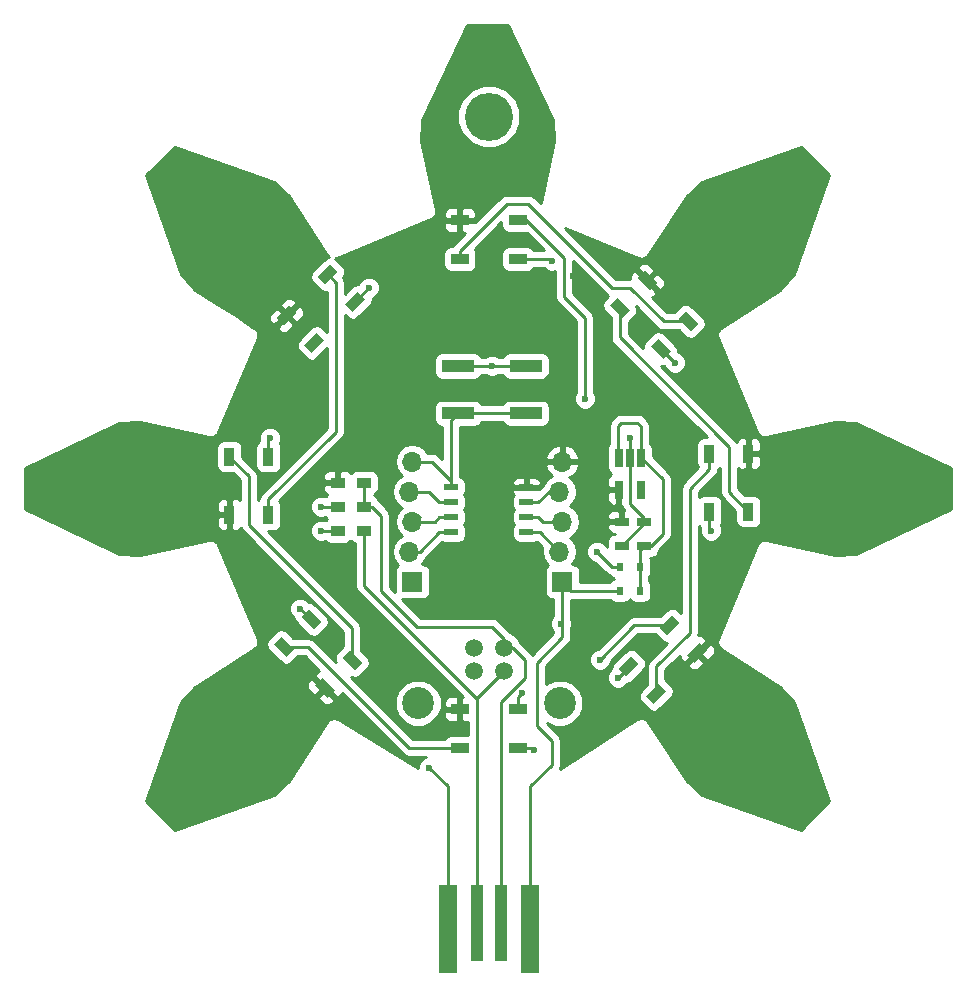
<source format=gtl>
G04 #@! TF.FileFunction,Copper,L1,Top,Signal*
%FSLAX46Y46*%
G04 Gerber Fmt 4.6, Leading zero omitted, Abs format (unit mm)*
G04 Created by KiCad (PCBNEW 4.0.5) date Sunday, March 19, 2017 'PMt' 07:52:30 PM*
%MOMM*%
%LPD*%
G01*
G04 APERTURE LIST*
%ADD10C,0.100000*%
%ADD11R,1.200000X0.750000*%
%ADD12R,0.600000X0.800000*%
%ADD13R,1.143000X0.508000*%
%ADD14R,0.650000X1.560000*%
%ADD15R,1.500000X7.500000*%
%ADD16R,1.000000X6.500000*%
%ADD17R,1.500000X0.900000*%
%ADD18R,0.900000X1.500000*%
%ADD19R,1.700000X1.700000*%
%ADD20O,1.700000X1.700000*%
%ADD21R,1.200000X0.900000*%
%ADD22R,2.750000X1.000000*%
%ADD23C,1.520000*%
%ADD24C,2.700000*%
%ADD25C,4.064000*%
%ADD26C,0.600000*%
%ADD27C,0.250000*%
%ADD28C,0.254000*%
G04 APERTURE END LIST*
D10*
D11*
X145476000Y-124968000D03*
X143576000Y-124968000D03*
X143576000Y-122936000D03*
X145476000Y-122936000D03*
D12*
X145122000Y-128778000D03*
X143422000Y-128778000D03*
X145122000Y-126746000D03*
X143422000Y-126746000D03*
D13*
X135509000Y-120015000D03*
X135509000Y-121285000D03*
X135509000Y-122555000D03*
X135509000Y-123825000D03*
X129159000Y-123825000D03*
X129159000Y-122555000D03*
X129159000Y-121285000D03*
X129159000Y-120015000D03*
D14*
X145222000Y-117522000D03*
X144272000Y-117522000D03*
X143322000Y-117522000D03*
X143322000Y-120222000D03*
X145222000Y-120222000D03*
D15*
X135834000Y-157426000D03*
X128834000Y-157426000D03*
D16*
X131334000Y-156926000D03*
X133334000Y-156926000D03*
D17*
X129884000Y-97410000D03*
X129884000Y-100710000D03*
X134784000Y-100710000D03*
X134784000Y-97410000D03*
D10*
G36*
X144889787Y-102298730D02*
X145526183Y-101662334D01*
X146586843Y-102722994D01*
X145950447Y-103359390D01*
X144889787Y-102298730D01*
X144889787Y-102298730D01*
G37*
G36*
X142556334Y-104632183D02*
X143192730Y-103995787D01*
X144253390Y-105056447D01*
X143616994Y-105692843D01*
X142556334Y-104632183D01*
X142556334Y-104632183D01*
G37*
G36*
X146021157Y-108097006D02*
X146657553Y-107460610D01*
X147718213Y-108521270D01*
X147081817Y-109157666D01*
X146021157Y-108097006D01*
X146021157Y-108097006D01*
G37*
G36*
X148354610Y-105763553D02*
X148991006Y-105127157D01*
X150051666Y-106187817D01*
X149415270Y-106824213D01*
X148354610Y-105763553D01*
X148354610Y-105763553D01*
G37*
D18*
X154304000Y-117184000D03*
X151004000Y-117184000D03*
X151004000Y-122084000D03*
X154304000Y-122084000D03*
D10*
G36*
X150177270Y-133205787D02*
X150813666Y-133842183D01*
X149753006Y-134902843D01*
X149116610Y-134266447D01*
X150177270Y-133205787D01*
X150177270Y-133205787D01*
G37*
G36*
X147843817Y-130872334D02*
X148480213Y-131508730D01*
X147419553Y-132569390D01*
X146783157Y-131932994D01*
X147843817Y-130872334D01*
X147843817Y-130872334D01*
G37*
G36*
X144378994Y-134337157D02*
X145015390Y-134973553D01*
X143954730Y-136034213D01*
X143318334Y-135397817D01*
X144378994Y-134337157D01*
X144378994Y-134337157D01*
G37*
G36*
X146712447Y-136670610D02*
X147348843Y-137307006D01*
X146288183Y-138367666D01*
X145651787Y-137731270D01*
X146712447Y-136670610D01*
X146712447Y-136670610D01*
G37*
G36*
X119270213Y-137223270D02*
X118633817Y-137859666D01*
X117573157Y-136799006D01*
X118209553Y-136162610D01*
X119270213Y-137223270D01*
X119270213Y-137223270D01*
G37*
G36*
X121603666Y-134889817D02*
X120967270Y-135526213D01*
X119906610Y-134465553D01*
X120543006Y-133829157D01*
X121603666Y-134889817D01*
X121603666Y-134889817D01*
G37*
G36*
X118138843Y-131424994D02*
X117502447Y-132061390D01*
X116441787Y-131000730D01*
X117078183Y-130364334D01*
X118138843Y-131424994D01*
X118138843Y-131424994D01*
G37*
G36*
X115805390Y-133758447D02*
X115168994Y-134394843D01*
X114108334Y-133334183D01*
X114744730Y-132697787D01*
X115805390Y-133758447D01*
X115805390Y-133758447D01*
G37*
D18*
X110364000Y-122338000D03*
X113664000Y-122338000D03*
X113664000Y-117438000D03*
X110364000Y-117438000D03*
D10*
G36*
X114998730Y-106316213D02*
X114362334Y-105679817D01*
X115422994Y-104619157D01*
X116059390Y-105255553D01*
X114998730Y-106316213D01*
X114998730Y-106316213D01*
G37*
G36*
X117332183Y-108649666D02*
X116695787Y-108013270D01*
X117756447Y-106952610D01*
X118392843Y-107589006D01*
X117332183Y-108649666D01*
X117332183Y-108649666D01*
G37*
G36*
X120797006Y-105184843D02*
X120160610Y-104548447D01*
X121221270Y-103487787D01*
X121857666Y-104124183D01*
X120797006Y-105184843D01*
X120797006Y-105184843D01*
G37*
G36*
X118463553Y-102851390D02*
X117827157Y-102214994D01*
X118887817Y-101154334D01*
X119524213Y-101790730D01*
X118463553Y-102851390D01*
X118463553Y-102851390D01*
G37*
D17*
X129884000Y-138812000D03*
X129884000Y-142112000D03*
X134784000Y-142112000D03*
X134784000Y-138812000D03*
D19*
X125857000Y-128016000D03*
D20*
X125603000Y-125476000D03*
X125857000Y-122936000D03*
X125603000Y-120396000D03*
X125857000Y-117856000D03*
D19*
X138557000Y-128016000D03*
D20*
X138303000Y-125476000D03*
X138557000Y-122936000D03*
X138303000Y-120396000D03*
X138557000Y-117856000D03*
D21*
X121750000Y-121666000D03*
X119550000Y-121666000D03*
X121750000Y-123698000D03*
X119550000Y-123698000D03*
X119550000Y-119634000D03*
X121750000Y-119634000D03*
D22*
X135463000Y-113760000D03*
X129713000Y-113760000D03*
X129713000Y-109760000D03*
X135463000Y-109760000D03*
D23*
X133604000Y-133604000D03*
X131064000Y-133604000D03*
X131064000Y-135604000D03*
X133604000Y-135604000D03*
D24*
X138334000Y-138304000D03*
X126334000Y-138304000D03*
D25*
X132334000Y-88646000D03*
D26*
X151130000Y-123698000D03*
X137668000Y-100838000D03*
X132588000Y-109728000D03*
X122174000Y-103124000D03*
X113792000Y-115824000D03*
X116332000Y-130302000D03*
X127254000Y-143764000D03*
X136144000Y-142240000D03*
X143256000Y-136144000D03*
X148082000Y-109474000D03*
X144272000Y-115824000D03*
X154178000Y-118618000D03*
X151384000Y-126492000D03*
X148336000Y-126492000D03*
X144526000Y-101346000D03*
X139446000Y-102108000D03*
X138430000Y-131572000D03*
X141478000Y-125476000D03*
X140462000Y-112522000D03*
X118110000Y-123698000D03*
X118110000Y-121666000D03*
X135128000Y-137414000D03*
X141732000Y-134620000D03*
D27*
X145222000Y-117522000D02*
X145222000Y-114874000D01*
X143256000Y-114808000D02*
X143256000Y-117456000D01*
X143510000Y-114554000D02*
X143256000Y-114808000D01*
X144902000Y-114554000D02*
X143510000Y-114554000D01*
X145222000Y-114874000D02*
X144902000Y-114554000D01*
X143256000Y-117456000D02*
X143322000Y-117522000D01*
X147066000Y-121666000D02*
X147066000Y-119366000D01*
X147066000Y-123952000D02*
X147066000Y-121666000D01*
X146050000Y-124968000D02*
X147066000Y-123952000D01*
X147066000Y-119366000D02*
X145222000Y-117522000D01*
X145476000Y-124968000D02*
X146050000Y-124968000D01*
X145122000Y-126746000D02*
X145122000Y-125322000D01*
X145122000Y-125322000D02*
X145476000Y-124968000D01*
X145122000Y-128778000D02*
X145122000Y-126746000D01*
X151004000Y-122084000D02*
X151004000Y-123572000D01*
X151004000Y-123572000D02*
X151130000Y-123698000D01*
X134784000Y-100710000D02*
X137540000Y-100710000D01*
X137540000Y-100710000D02*
X137668000Y-100838000D01*
X129713000Y-109760000D02*
X132556000Y-109760000D01*
X132620000Y-109760000D02*
X132588000Y-109728000D01*
X132620000Y-109760000D02*
X135463000Y-109760000D01*
X132556000Y-109760000D02*
X132588000Y-109728000D01*
X121009138Y-104336315D02*
X121009138Y-104288862D01*
X121009138Y-104288862D02*
X122174000Y-103124000D01*
X113664000Y-117438000D02*
X113664000Y-115952000D01*
X113664000Y-115952000D02*
X113792000Y-115824000D01*
X117290315Y-131212862D02*
X117242862Y-131212862D01*
X117242862Y-131212862D02*
X116332000Y-130302000D01*
X128834000Y-157426000D02*
X128834000Y-145344000D01*
X128834000Y-145344000D02*
X127254000Y-143764000D01*
X134784000Y-142112000D02*
X136016000Y-142112000D01*
X136016000Y-142112000D02*
X136144000Y-142240000D01*
X144166862Y-135185685D02*
X144166862Y-135233138D01*
X144166862Y-135233138D02*
X143256000Y-136144000D01*
X146869685Y-108309138D02*
X146917138Y-108309138D01*
X146917138Y-108309138D02*
X148082000Y-109474000D01*
X145476000Y-122936000D02*
X145476000Y-123068000D01*
X145476000Y-123068000D02*
X143576000Y-124968000D01*
X144272000Y-117522000D02*
X144272000Y-121412000D01*
X144272000Y-121412000D02*
X145476000Y-122616000D01*
X145476000Y-122616000D02*
X145476000Y-122936000D01*
X144272000Y-117522000D02*
X144272000Y-115824000D01*
X129159000Y-123825000D02*
X128143000Y-123825000D01*
X126492000Y-125476000D02*
X125603000Y-125476000D01*
X128143000Y-123825000D02*
X126492000Y-125476000D01*
X154304000Y-117184000D02*
X154304000Y-118492000D01*
X154304000Y-118492000D02*
X154178000Y-118618000D01*
X149965138Y-134054315D02*
X150171685Y-134054315D01*
X150171685Y-134054315D02*
X151384000Y-132842000D01*
X151384000Y-132842000D02*
X151384000Y-126492000D01*
X145738315Y-102510862D02*
X145690862Y-102510862D01*
X145690862Y-102510862D02*
X144526000Y-101346000D01*
X135509000Y-120015000D02*
X135509000Y-119253000D01*
X136906000Y-117856000D02*
X138557000Y-117856000D01*
X135509000Y-119253000D02*
X136906000Y-117856000D01*
X138557000Y-128016000D02*
X138557000Y-131445000D01*
X138557000Y-131445000D02*
X138430000Y-131572000D01*
X138557000Y-128016000D02*
X138557000Y-132715000D01*
X135834000Y-145344000D02*
X137668000Y-143510000D01*
X135834000Y-145344000D02*
X135834000Y-157426000D01*
X137668000Y-141478000D02*
X137668000Y-143510000D01*
X136398000Y-140208000D02*
X137668000Y-141478000D01*
X136398000Y-134874000D02*
X136398000Y-140208000D01*
X138557000Y-132715000D02*
X136398000Y-134874000D01*
X143422000Y-128778000D02*
X139319000Y-128778000D01*
X139319000Y-128778000D02*
X138557000Y-128016000D01*
X142748000Y-126746000D02*
X143422000Y-126746000D01*
X141478000Y-125476000D02*
X142748000Y-126746000D01*
X135509000Y-121285000D02*
X136525000Y-121285000D01*
X137414000Y-120396000D02*
X138303000Y-120396000D01*
X136525000Y-121285000D02*
X137414000Y-120396000D01*
X138684000Y-100584000D02*
X135510000Y-97410000D01*
X138684000Y-103886000D02*
X138684000Y-100584000D01*
X140462000Y-105664000D02*
X138684000Y-103886000D01*
X140462000Y-112522000D02*
X140462000Y-105664000D01*
X135510000Y-97410000D02*
X134784000Y-97410000D01*
X134784000Y-97410000D02*
X134746000Y-97410000D01*
X135509000Y-122555000D02*
X136525000Y-122555000D01*
X136906000Y-122936000D02*
X138557000Y-122936000D01*
X136525000Y-122555000D02*
X136906000Y-122936000D01*
X138557000Y-122555000D02*
X138938000Y-122936000D01*
X135509000Y-123825000D02*
X136652000Y-123825000D01*
X136652000Y-123825000D02*
X138303000Y-125476000D01*
X119550000Y-123698000D02*
X118110000Y-123698000D01*
X129159000Y-122555000D02*
X128143000Y-122555000D01*
X127762000Y-122936000D02*
X125857000Y-122936000D01*
X128143000Y-122555000D02*
X127762000Y-122936000D01*
X126492000Y-122555000D02*
X126111000Y-122936000D01*
X119550000Y-121666000D02*
X118110000Y-121666000D01*
X129159000Y-121285000D02*
X128143000Y-121285000D01*
X127254000Y-120396000D02*
X125603000Y-120396000D01*
X128143000Y-121285000D02*
X127254000Y-120396000D01*
X129159000Y-119507000D02*
X129159000Y-114314000D01*
X129159000Y-114314000D02*
X129713000Y-113760000D01*
X129159000Y-120015000D02*
X129159000Y-119507000D01*
X127508000Y-117856000D02*
X125857000Y-117856000D01*
X129159000Y-119507000D02*
X127508000Y-117856000D01*
X129205000Y-113760000D02*
X134955000Y-113760000D01*
X129205000Y-119807000D02*
X129413000Y-120015000D01*
X131334000Y-137922000D02*
X131318000Y-137922000D01*
X121750000Y-128354000D02*
X121750000Y-123698000D01*
X131318000Y-137922000D02*
X121750000Y-128354000D01*
X131334000Y-156926000D02*
X131334000Y-137922000D01*
X131334000Y-137922000D02*
X131334000Y-137874000D01*
X131334000Y-137874000D02*
X133604000Y-135604000D01*
X121750000Y-121666000D02*
X121750000Y-119634000D01*
X133604000Y-133604000D02*
X133604000Y-132842000D01*
X122428000Y-121666000D02*
X121750000Y-121666000D01*
X123190000Y-122428000D02*
X122428000Y-121666000D01*
X123190000Y-128778000D02*
X123190000Y-122428000D01*
X126238000Y-131826000D02*
X123190000Y-128778000D01*
X132588000Y-131826000D02*
X126238000Y-131826000D01*
X133604000Y-132842000D02*
X132588000Y-131826000D01*
X133334000Y-156926000D02*
X133334000Y-138192000D01*
X134366000Y-133604000D02*
X133604000Y-133604000D01*
X135382000Y-134620000D02*
X134366000Y-133604000D01*
X135382000Y-136144000D02*
X135382000Y-134620000D01*
X133334000Y-138192000D02*
X135382000Y-136144000D01*
X129884000Y-100710000D02*
X129884000Y-99986000D01*
X147123685Y-105975685D02*
X149203138Y-105975685D01*
X144272000Y-103124000D02*
X147123685Y-105975685D01*
X142748000Y-103124000D02*
X144272000Y-103124000D01*
X135636000Y-96012000D02*
X142748000Y-103124000D01*
X133858000Y-96012000D02*
X135636000Y-96012000D01*
X129884000Y-99986000D02*
X133858000Y-96012000D01*
X129884000Y-100710000D02*
X129920000Y-100710000D01*
X143404862Y-104844315D02*
X143404862Y-107336862D01*
X152654000Y-120434000D02*
X154304000Y-122084000D01*
X152654000Y-116586000D02*
X152654000Y-120434000D01*
X143404862Y-107336862D02*
X152654000Y-116586000D01*
X151004000Y-117184000D02*
X151004000Y-118490000D01*
X146500315Y-135185685D02*
X146500315Y-137519138D01*
X149352000Y-132334000D02*
X146500315Y-135185685D01*
X149352000Y-120142000D02*
X149352000Y-132334000D01*
X151004000Y-118490000D02*
X149352000Y-120142000D01*
X147631685Y-131720862D02*
X144631138Y-131720862D01*
X134784000Y-137758000D02*
X134784000Y-138812000D01*
X135128000Y-137414000D02*
X134784000Y-137758000D01*
X144631138Y-131720862D02*
X141732000Y-134620000D01*
X129884000Y-142112000D02*
X125602000Y-142112000D01*
X117036315Y-133546315D02*
X114956862Y-133546315D01*
X125602000Y-142112000D02*
X117036315Y-133546315D01*
X120755138Y-134677685D02*
X120755138Y-131931138D01*
X112014000Y-119088000D02*
X110364000Y-117438000D01*
X112014000Y-123190000D02*
X112014000Y-119088000D01*
X120755138Y-131931138D02*
X112014000Y-123190000D01*
X113664000Y-122338000D02*
X113664000Y-121032000D01*
X119380000Y-102707177D02*
X118675685Y-102002862D01*
X119380000Y-115316000D02*
X119380000Y-102707177D01*
X113664000Y-121032000D02*
X119380000Y-115316000D01*
D28*
G36*
X114112891Y-94153036D02*
X115391775Y-95353897D01*
X118638302Y-100373024D01*
X118688811Y-100425061D01*
X118729099Y-100485357D01*
X118780989Y-100520029D01*
X118788138Y-100527395D01*
X118644190Y-100554480D01*
X118430008Y-100696525D01*
X117369348Y-101757185D01*
X117234263Y-101954888D01*
X117179779Y-102206050D01*
X117227303Y-102458621D01*
X117369348Y-102672803D01*
X118005744Y-103309199D01*
X118203447Y-103444284D01*
X118454609Y-103498768D01*
X118620000Y-103467648D01*
X118620000Y-106900545D01*
X118214256Y-106494801D01*
X118016553Y-106359716D01*
X117765391Y-106305232D01*
X117512820Y-106352756D01*
X117298638Y-106494801D01*
X116237978Y-107555461D01*
X116102893Y-107753164D01*
X116048409Y-108004326D01*
X116095933Y-108256897D01*
X116237978Y-108471079D01*
X116874374Y-109107475D01*
X117072077Y-109242560D01*
X117323239Y-109297044D01*
X117575810Y-109249520D01*
X117789992Y-109107475D01*
X118620000Y-108277467D01*
X118620000Y-115001198D01*
X113126599Y-120494599D01*
X112961852Y-120741161D01*
X112904000Y-121032000D01*
X112904000Y-121032895D01*
X112774000Y-121116548D01*
X112774000Y-119088000D01*
X112749683Y-118965750D01*
X112716148Y-118797160D01*
X112551401Y-118550599D01*
X111461440Y-117460638D01*
X111461440Y-116688000D01*
X112566560Y-116688000D01*
X112566560Y-118188000D01*
X112610838Y-118423317D01*
X112749910Y-118639441D01*
X112962110Y-118784431D01*
X113214000Y-118835440D01*
X114114000Y-118835440D01*
X114349317Y-118791162D01*
X114565441Y-118652090D01*
X114710431Y-118439890D01*
X114761440Y-118188000D01*
X114761440Y-116688000D01*
X114717162Y-116452683D01*
X114611521Y-116288512D01*
X114726838Y-116010799D01*
X114727162Y-115638833D01*
X114585117Y-115295057D01*
X114322327Y-115031808D01*
X113978799Y-114889162D01*
X113606833Y-114888838D01*
X113263057Y-115030883D01*
X112999808Y-115293673D01*
X112857162Y-115637201D01*
X112856838Y-116009167D01*
X112904000Y-116123308D01*
X112904000Y-116132895D01*
X112762559Y-116223910D01*
X112617569Y-116436110D01*
X112566560Y-116688000D01*
X111461440Y-116688000D01*
X111417162Y-116452683D01*
X111278090Y-116236559D01*
X111065890Y-116091569D01*
X110814000Y-116040560D01*
X109914000Y-116040560D01*
X109678683Y-116084838D01*
X109462559Y-116223910D01*
X109317569Y-116436110D01*
X109266560Y-116688000D01*
X109266560Y-118188000D01*
X109310838Y-118423317D01*
X109449910Y-118639441D01*
X109662110Y-118784431D01*
X109914000Y-118835440D01*
X110686638Y-118835440D01*
X111254000Y-119402802D01*
X111254000Y-121129974D01*
X111173699Y-121049673D01*
X110940310Y-120953000D01*
X110649750Y-120953000D01*
X110491000Y-121111750D01*
X110491000Y-122211000D01*
X110511000Y-122211000D01*
X110511000Y-122465000D01*
X110491000Y-122465000D01*
X110491000Y-123564250D01*
X110649750Y-123723000D01*
X110940310Y-123723000D01*
X111173699Y-123626327D01*
X111314790Y-123485236D01*
X111476599Y-123727401D01*
X119995138Y-132245940D01*
X119995138Y-133461407D01*
X119448801Y-134007744D01*
X119313716Y-134205447D01*
X119259232Y-134456609D01*
X119306756Y-134709180D01*
X119371291Y-134806489D01*
X117573716Y-133008914D01*
X117327154Y-132844167D01*
X117036315Y-132786315D01*
X115748876Y-132786315D01*
X115202539Y-132239978D01*
X115004836Y-132104893D01*
X114753674Y-132050409D01*
X114501103Y-132097933D01*
X114286921Y-132239978D01*
X113650525Y-132876374D01*
X113515440Y-133074077D01*
X113460956Y-133325239D01*
X113508480Y-133577810D01*
X113650525Y-133791992D01*
X114711185Y-134852652D01*
X114908888Y-134987737D01*
X115160050Y-135042221D01*
X115412621Y-134994697D01*
X115626803Y-134852652D01*
X116173140Y-134306315D01*
X116721513Y-134306315D01*
X117983940Y-135568742D01*
X117849855Y-135624282D01*
X117644398Y-135829739D01*
X117644398Y-136054246D01*
X118421685Y-136831533D01*
X118435828Y-136817391D01*
X118615433Y-136996996D01*
X118601290Y-137011138D01*
X119378577Y-137788425D01*
X119603084Y-137788425D01*
X119808541Y-137582968D01*
X119864081Y-137448883D01*
X125064599Y-142649401D01*
X125311161Y-142814148D01*
X125602000Y-142872000D01*
X126964373Y-142872000D01*
X126725057Y-142970883D01*
X126461808Y-143233673D01*
X126319162Y-143577201D01*
X126318965Y-143803333D01*
X119571496Y-139660779D01*
X119453552Y-139617157D01*
X119336675Y-139570780D01*
X119328492Y-139570902D01*
X119320818Y-139568064D01*
X119195156Y-139572897D01*
X119069431Y-139574777D01*
X119061920Y-139578020D01*
X119053742Y-139578335D01*
X118939497Y-139630888D01*
X118824060Y-139680739D01*
X118818361Y-139686612D01*
X118810927Y-139690031D01*
X118725490Y-139782301D01*
X118637916Y-139872535D01*
X115391761Y-144891646D01*
X114112891Y-146092495D01*
X105734618Y-149061398D01*
X103290223Y-146617003D01*
X106259126Y-138238729D01*
X106712500Y-137755898D01*
X117856530Y-137755898D01*
X117856530Y-137980405D01*
X118274118Y-138397993D01*
X118507507Y-138494666D01*
X118760126Y-138494666D01*
X118993515Y-138397994D01*
X119198972Y-138192537D01*
X119198972Y-137968030D01*
X118421685Y-137190743D01*
X117856530Y-137755898D01*
X106712500Y-137755898D01*
X107459987Y-136959846D01*
X107903919Y-136672697D01*
X116938157Y-136672697D01*
X116938157Y-136925316D01*
X117034830Y-137158705D01*
X117452418Y-137576293D01*
X117676925Y-137576293D01*
X118242080Y-137011138D01*
X117464793Y-136233851D01*
X117240286Y-136233851D01*
X117034829Y-136439308D01*
X116938157Y-136672697D01*
X107903919Y-136672697D01*
X112479115Y-133713319D01*
X112531152Y-133662810D01*
X112591448Y-133622522D01*
X112626120Y-133570632D01*
X112670901Y-133527166D01*
X112699648Y-133460589D01*
X112739937Y-133400292D01*
X112752112Y-133339084D01*
X112776851Y-133281789D01*
X112777932Y-133209276D01*
X112792079Y-133138154D01*
X112779905Y-133076949D01*
X112780835Y-133014545D01*
X112754084Y-132947138D01*
X112739937Y-132876016D01*
X111750444Y-130487167D01*
X115396838Y-130487167D01*
X115538883Y-130830943D01*
X115801673Y-131094192D01*
X115814695Y-131099599D01*
X115841933Y-131244357D01*
X115983978Y-131458539D01*
X117044638Y-132519199D01*
X117242341Y-132654284D01*
X117493503Y-132708768D01*
X117746074Y-132661244D01*
X117960256Y-132519199D01*
X118596652Y-131882803D01*
X118731737Y-131685100D01*
X118786221Y-131433938D01*
X118738697Y-131181367D01*
X118596652Y-130967185D01*
X117535992Y-129906525D01*
X117338289Y-129771440D01*
X117087127Y-129716956D01*
X117071962Y-129719809D01*
X116862327Y-129509808D01*
X116518799Y-129367162D01*
X116146833Y-129366838D01*
X115803057Y-129508883D01*
X115539808Y-129771673D01*
X115397162Y-130115201D01*
X115396838Y-130487167D01*
X111750444Y-130487167D01*
X109430198Y-124885601D01*
X109389910Y-124825305D01*
X109361162Y-124758727D01*
X109316381Y-124715261D01*
X109281709Y-124663371D01*
X109221413Y-124623083D01*
X109169376Y-124572574D01*
X109111368Y-124549553D01*
X109059479Y-124514882D01*
X108988357Y-124500735D01*
X108920950Y-124473984D01*
X108858545Y-124474914D01*
X108797341Y-124462740D01*
X108726223Y-124476886D01*
X108653706Y-124477967D01*
X102809005Y-125731386D01*
X101055562Y-125676216D01*
X94652439Y-122623750D01*
X109279000Y-122623750D01*
X109279000Y-123214309D01*
X109375673Y-123447698D01*
X109554301Y-123626327D01*
X109787690Y-123723000D01*
X110078250Y-123723000D01*
X110237000Y-123564250D01*
X110237000Y-122465000D01*
X109437750Y-122465000D01*
X109279000Y-122623750D01*
X94652439Y-122623750D01*
X93031896Y-121851213D01*
X93031896Y-121461691D01*
X109279000Y-121461691D01*
X109279000Y-122052250D01*
X109437750Y-122211000D01*
X110237000Y-122211000D01*
X110237000Y-121111750D01*
X110078250Y-120953000D01*
X109787690Y-120953000D01*
X109554301Y-121049673D01*
X109375673Y-121228302D01*
X109279000Y-121461691D01*
X93031896Y-121461691D01*
X93031896Y-118394317D01*
X101055562Y-114569314D01*
X102809005Y-114514145D01*
X108653706Y-115767564D01*
X108726223Y-115768645D01*
X108797341Y-115782791D01*
X108858545Y-115770617D01*
X108920950Y-115771547D01*
X108988357Y-115744796D01*
X109059479Y-115730649D01*
X109111368Y-115695978D01*
X109169376Y-115672957D01*
X109221413Y-115622448D01*
X109281709Y-115582160D01*
X109316381Y-115530270D01*
X109361162Y-115486804D01*
X109389910Y-115420226D01*
X109430198Y-115359930D01*
X112739937Y-107369515D01*
X112754084Y-107298393D01*
X112780835Y-107230986D01*
X112779905Y-107168582D01*
X112792079Y-107107377D01*
X112777932Y-107036255D01*
X112776851Y-106963742D01*
X112752112Y-106906447D01*
X112739937Y-106845239D01*
X112699648Y-106784942D01*
X112670901Y-106718365D01*
X112626120Y-106674899D01*
X112591448Y-106623009D01*
X112531152Y-106582721D01*
X112479115Y-106532212D01*
X112312712Y-106424577D01*
X114433575Y-106424577D01*
X114433575Y-106649084D01*
X114639032Y-106854541D01*
X114872421Y-106951213D01*
X115125040Y-106951213D01*
X115358429Y-106854540D01*
X115776017Y-106436952D01*
X115776017Y-106212445D01*
X115210862Y-105647290D01*
X114433575Y-106424577D01*
X112312712Y-106424577D01*
X110966038Y-105553507D01*
X113727334Y-105553507D01*
X113727334Y-105806126D01*
X113824006Y-106039515D01*
X114029463Y-106244972D01*
X114253970Y-106244972D01*
X115031257Y-105467685D01*
X115390467Y-105467685D01*
X115955622Y-106032840D01*
X116180129Y-106032840D01*
X116597717Y-105615252D01*
X116694390Y-105381863D01*
X116694390Y-105129244D01*
X116597718Y-104895855D01*
X116392261Y-104690398D01*
X116167754Y-104690398D01*
X115390467Y-105467685D01*
X115031257Y-105467685D01*
X114466102Y-104902530D01*
X114241595Y-104902530D01*
X113824007Y-105320118D01*
X113727334Y-105553507D01*
X110966038Y-105553507D01*
X109334872Y-104498418D01*
X114645707Y-104498418D01*
X114645707Y-104722925D01*
X115210862Y-105288080D01*
X115988149Y-104510793D01*
X115988149Y-104286286D01*
X115782692Y-104080829D01*
X115549303Y-103984157D01*
X115296684Y-103984157D01*
X115063295Y-104080830D01*
X114645707Y-104498418D01*
X109334872Y-104498418D01*
X107459987Y-103285685D01*
X106259126Y-102006801D01*
X103290223Y-93628528D01*
X105734618Y-91184133D01*
X114112891Y-94153036D01*
X114112891Y-94153036D01*
G37*
X114112891Y-94153036D02*
X115391775Y-95353897D01*
X118638302Y-100373024D01*
X118688811Y-100425061D01*
X118729099Y-100485357D01*
X118780989Y-100520029D01*
X118788138Y-100527395D01*
X118644190Y-100554480D01*
X118430008Y-100696525D01*
X117369348Y-101757185D01*
X117234263Y-101954888D01*
X117179779Y-102206050D01*
X117227303Y-102458621D01*
X117369348Y-102672803D01*
X118005744Y-103309199D01*
X118203447Y-103444284D01*
X118454609Y-103498768D01*
X118620000Y-103467648D01*
X118620000Y-106900545D01*
X118214256Y-106494801D01*
X118016553Y-106359716D01*
X117765391Y-106305232D01*
X117512820Y-106352756D01*
X117298638Y-106494801D01*
X116237978Y-107555461D01*
X116102893Y-107753164D01*
X116048409Y-108004326D01*
X116095933Y-108256897D01*
X116237978Y-108471079D01*
X116874374Y-109107475D01*
X117072077Y-109242560D01*
X117323239Y-109297044D01*
X117575810Y-109249520D01*
X117789992Y-109107475D01*
X118620000Y-108277467D01*
X118620000Y-115001198D01*
X113126599Y-120494599D01*
X112961852Y-120741161D01*
X112904000Y-121032000D01*
X112904000Y-121032895D01*
X112774000Y-121116548D01*
X112774000Y-119088000D01*
X112749683Y-118965750D01*
X112716148Y-118797160D01*
X112551401Y-118550599D01*
X111461440Y-117460638D01*
X111461440Y-116688000D01*
X112566560Y-116688000D01*
X112566560Y-118188000D01*
X112610838Y-118423317D01*
X112749910Y-118639441D01*
X112962110Y-118784431D01*
X113214000Y-118835440D01*
X114114000Y-118835440D01*
X114349317Y-118791162D01*
X114565441Y-118652090D01*
X114710431Y-118439890D01*
X114761440Y-118188000D01*
X114761440Y-116688000D01*
X114717162Y-116452683D01*
X114611521Y-116288512D01*
X114726838Y-116010799D01*
X114727162Y-115638833D01*
X114585117Y-115295057D01*
X114322327Y-115031808D01*
X113978799Y-114889162D01*
X113606833Y-114888838D01*
X113263057Y-115030883D01*
X112999808Y-115293673D01*
X112857162Y-115637201D01*
X112856838Y-116009167D01*
X112904000Y-116123308D01*
X112904000Y-116132895D01*
X112762559Y-116223910D01*
X112617569Y-116436110D01*
X112566560Y-116688000D01*
X111461440Y-116688000D01*
X111417162Y-116452683D01*
X111278090Y-116236559D01*
X111065890Y-116091569D01*
X110814000Y-116040560D01*
X109914000Y-116040560D01*
X109678683Y-116084838D01*
X109462559Y-116223910D01*
X109317569Y-116436110D01*
X109266560Y-116688000D01*
X109266560Y-118188000D01*
X109310838Y-118423317D01*
X109449910Y-118639441D01*
X109662110Y-118784431D01*
X109914000Y-118835440D01*
X110686638Y-118835440D01*
X111254000Y-119402802D01*
X111254000Y-121129974D01*
X111173699Y-121049673D01*
X110940310Y-120953000D01*
X110649750Y-120953000D01*
X110491000Y-121111750D01*
X110491000Y-122211000D01*
X110511000Y-122211000D01*
X110511000Y-122465000D01*
X110491000Y-122465000D01*
X110491000Y-123564250D01*
X110649750Y-123723000D01*
X110940310Y-123723000D01*
X111173699Y-123626327D01*
X111314790Y-123485236D01*
X111476599Y-123727401D01*
X119995138Y-132245940D01*
X119995138Y-133461407D01*
X119448801Y-134007744D01*
X119313716Y-134205447D01*
X119259232Y-134456609D01*
X119306756Y-134709180D01*
X119371291Y-134806489D01*
X117573716Y-133008914D01*
X117327154Y-132844167D01*
X117036315Y-132786315D01*
X115748876Y-132786315D01*
X115202539Y-132239978D01*
X115004836Y-132104893D01*
X114753674Y-132050409D01*
X114501103Y-132097933D01*
X114286921Y-132239978D01*
X113650525Y-132876374D01*
X113515440Y-133074077D01*
X113460956Y-133325239D01*
X113508480Y-133577810D01*
X113650525Y-133791992D01*
X114711185Y-134852652D01*
X114908888Y-134987737D01*
X115160050Y-135042221D01*
X115412621Y-134994697D01*
X115626803Y-134852652D01*
X116173140Y-134306315D01*
X116721513Y-134306315D01*
X117983940Y-135568742D01*
X117849855Y-135624282D01*
X117644398Y-135829739D01*
X117644398Y-136054246D01*
X118421685Y-136831533D01*
X118435828Y-136817391D01*
X118615433Y-136996996D01*
X118601290Y-137011138D01*
X119378577Y-137788425D01*
X119603084Y-137788425D01*
X119808541Y-137582968D01*
X119864081Y-137448883D01*
X125064599Y-142649401D01*
X125311161Y-142814148D01*
X125602000Y-142872000D01*
X126964373Y-142872000D01*
X126725057Y-142970883D01*
X126461808Y-143233673D01*
X126319162Y-143577201D01*
X126318965Y-143803333D01*
X119571496Y-139660779D01*
X119453552Y-139617157D01*
X119336675Y-139570780D01*
X119328492Y-139570902D01*
X119320818Y-139568064D01*
X119195156Y-139572897D01*
X119069431Y-139574777D01*
X119061920Y-139578020D01*
X119053742Y-139578335D01*
X118939497Y-139630888D01*
X118824060Y-139680739D01*
X118818361Y-139686612D01*
X118810927Y-139690031D01*
X118725490Y-139782301D01*
X118637916Y-139872535D01*
X115391761Y-144891646D01*
X114112891Y-146092495D01*
X105734618Y-149061398D01*
X103290223Y-146617003D01*
X106259126Y-138238729D01*
X106712500Y-137755898D01*
X117856530Y-137755898D01*
X117856530Y-137980405D01*
X118274118Y-138397993D01*
X118507507Y-138494666D01*
X118760126Y-138494666D01*
X118993515Y-138397994D01*
X119198972Y-138192537D01*
X119198972Y-137968030D01*
X118421685Y-137190743D01*
X117856530Y-137755898D01*
X106712500Y-137755898D01*
X107459987Y-136959846D01*
X107903919Y-136672697D01*
X116938157Y-136672697D01*
X116938157Y-136925316D01*
X117034830Y-137158705D01*
X117452418Y-137576293D01*
X117676925Y-137576293D01*
X118242080Y-137011138D01*
X117464793Y-136233851D01*
X117240286Y-136233851D01*
X117034829Y-136439308D01*
X116938157Y-136672697D01*
X107903919Y-136672697D01*
X112479115Y-133713319D01*
X112531152Y-133662810D01*
X112591448Y-133622522D01*
X112626120Y-133570632D01*
X112670901Y-133527166D01*
X112699648Y-133460589D01*
X112739937Y-133400292D01*
X112752112Y-133339084D01*
X112776851Y-133281789D01*
X112777932Y-133209276D01*
X112792079Y-133138154D01*
X112779905Y-133076949D01*
X112780835Y-133014545D01*
X112754084Y-132947138D01*
X112739937Y-132876016D01*
X111750444Y-130487167D01*
X115396838Y-130487167D01*
X115538883Y-130830943D01*
X115801673Y-131094192D01*
X115814695Y-131099599D01*
X115841933Y-131244357D01*
X115983978Y-131458539D01*
X117044638Y-132519199D01*
X117242341Y-132654284D01*
X117493503Y-132708768D01*
X117746074Y-132661244D01*
X117960256Y-132519199D01*
X118596652Y-131882803D01*
X118731737Y-131685100D01*
X118786221Y-131433938D01*
X118738697Y-131181367D01*
X118596652Y-130967185D01*
X117535992Y-129906525D01*
X117338289Y-129771440D01*
X117087127Y-129716956D01*
X117071962Y-129719809D01*
X116862327Y-129509808D01*
X116518799Y-129367162D01*
X116146833Y-129366838D01*
X115803057Y-129508883D01*
X115539808Y-129771673D01*
X115397162Y-130115201D01*
X115396838Y-130487167D01*
X111750444Y-130487167D01*
X109430198Y-124885601D01*
X109389910Y-124825305D01*
X109361162Y-124758727D01*
X109316381Y-124715261D01*
X109281709Y-124663371D01*
X109221413Y-124623083D01*
X109169376Y-124572574D01*
X109111368Y-124549553D01*
X109059479Y-124514882D01*
X108988357Y-124500735D01*
X108920950Y-124473984D01*
X108858545Y-124474914D01*
X108797341Y-124462740D01*
X108726223Y-124476886D01*
X108653706Y-124477967D01*
X102809005Y-125731386D01*
X101055562Y-125676216D01*
X94652439Y-122623750D01*
X109279000Y-122623750D01*
X109279000Y-123214309D01*
X109375673Y-123447698D01*
X109554301Y-123626327D01*
X109787690Y-123723000D01*
X110078250Y-123723000D01*
X110237000Y-123564250D01*
X110237000Y-122465000D01*
X109437750Y-122465000D01*
X109279000Y-122623750D01*
X94652439Y-122623750D01*
X93031896Y-121851213D01*
X93031896Y-121461691D01*
X109279000Y-121461691D01*
X109279000Y-122052250D01*
X109437750Y-122211000D01*
X110237000Y-122211000D01*
X110237000Y-121111750D01*
X110078250Y-120953000D01*
X109787690Y-120953000D01*
X109554301Y-121049673D01*
X109375673Y-121228302D01*
X109279000Y-121461691D01*
X93031896Y-121461691D01*
X93031896Y-118394317D01*
X101055562Y-114569314D01*
X102809005Y-114514145D01*
X108653706Y-115767564D01*
X108726223Y-115768645D01*
X108797341Y-115782791D01*
X108858545Y-115770617D01*
X108920950Y-115771547D01*
X108988357Y-115744796D01*
X109059479Y-115730649D01*
X109111368Y-115695978D01*
X109169376Y-115672957D01*
X109221413Y-115622448D01*
X109281709Y-115582160D01*
X109316381Y-115530270D01*
X109361162Y-115486804D01*
X109389910Y-115420226D01*
X109430198Y-115359930D01*
X112739937Y-107369515D01*
X112754084Y-107298393D01*
X112780835Y-107230986D01*
X112779905Y-107168582D01*
X112792079Y-107107377D01*
X112777932Y-107036255D01*
X112776851Y-106963742D01*
X112752112Y-106906447D01*
X112739937Y-106845239D01*
X112699648Y-106784942D01*
X112670901Y-106718365D01*
X112626120Y-106674899D01*
X112591448Y-106623009D01*
X112531152Y-106582721D01*
X112479115Y-106532212D01*
X112312712Y-106424577D01*
X114433575Y-106424577D01*
X114433575Y-106649084D01*
X114639032Y-106854541D01*
X114872421Y-106951213D01*
X115125040Y-106951213D01*
X115358429Y-106854540D01*
X115776017Y-106436952D01*
X115776017Y-106212445D01*
X115210862Y-105647290D01*
X114433575Y-106424577D01*
X112312712Y-106424577D01*
X110966038Y-105553507D01*
X113727334Y-105553507D01*
X113727334Y-105806126D01*
X113824006Y-106039515D01*
X114029463Y-106244972D01*
X114253970Y-106244972D01*
X115031257Y-105467685D01*
X115390467Y-105467685D01*
X115955622Y-106032840D01*
X116180129Y-106032840D01*
X116597717Y-105615252D01*
X116694390Y-105381863D01*
X116694390Y-105129244D01*
X116597718Y-104895855D01*
X116392261Y-104690398D01*
X116167754Y-104690398D01*
X115390467Y-105467685D01*
X115031257Y-105467685D01*
X114466102Y-104902530D01*
X114241595Y-104902530D01*
X113824007Y-105320118D01*
X113727334Y-105553507D01*
X110966038Y-105553507D01*
X109334872Y-104498418D01*
X114645707Y-104498418D01*
X114645707Y-104722925D01*
X115210862Y-105288080D01*
X115988149Y-104510793D01*
X115988149Y-104286286D01*
X115782692Y-104080829D01*
X115549303Y-103984157D01*
X115296684Y-103984157D01*
X115063295Y-104080830D01*
X114645707Y-104498418D01*
X109334872Y-104498418D01*
X107459987Y-103285685D01*
X106259126Y-102006801D01*
X103290223Y-93628528D01*
X105734618Y-91184133D01*
X114112891Y-94153036D01*
G36*
X137782306Y-88949472D02*
X137837476Y-90702919D01*
X136701020Y-96002218D01*
X136173401Y-95474599D01*
X135926839Y-95309852D01*
X135636000Y-95252000D01*
X133858000Y-95252000D01*
X133567161Y-95309852D01*
X133320599Y-95474599D01*
X131184224Y-97610974D01*
X131110250Y-97537000D01*
X130011000Y-97537000D01*
X130011000Y-98336250D01*
X130169750Y-98495000D01*
X130300198Y-98495000D01*
X129346599Y-99448599D01*
X129237044Y-99612560D01*
X129134000Y-99612560D01*
X128898683Y-99656838D01*
X128682559Y-99795910D01*
X128537569Y-100008110D01*
X128486560Y-100260000D01*
X128486560Y-101160000D01*
X128530838Y-101395317D01*
X128669910Y-101611441D01*
X128882110Y-101756431D01*
X129134000Y-101807440D01*
X130634000Y-101807440D01*
X130869317Y-101763162D01*
X131085441Y-101624090D01*
X131230431Y-101411890D01*
X131281440Y-101160000D01*
X131281440Y-100260000D01*
X131237162Y-100024683D01*
X131113028Y-99831774D01*
X133386560Y-97558242D01*
X133386560Y-97860000D01*
X133430838Y-98095317D01*
X133569910Y-98311441D01*
X133782110Y-98456431D01*
X134034000Y-98507440D01*
X135532638Y-98507440D01*
X136975198Y-99950000D01*
X136089105Y-99950000D01*
X135998090Y-99808559D01*
X135785890Y-99663569D01*
X135534000Y-99612560D01*
X134034000Y-99612560D01*
X133798683Y-99656838D01*
X133582559Y-99795910D01*
X133437569Y-100008110D01*
X133386560Y-100260000D01*
X133386560Y-101160000D01*
X133430838Y-101395317D01*
X133569910Y-101611441D01*
X133782110Y-101756431D01*
X134034000Y-101807440D01*
X135534000Y-101807440D01*
X135769317Y-101763162D01*
X135985441Y-101624090D01*
X136090726Y-101470000D01*
X136977760Y-101470000D01*
X137137673Y-101630192D01*
X137481201Y-101772838D01*
X137853167Y-101773162D01*
X137924000Y-101743894D01*
X137924000Y-103886000D01*
X137981852Y-104176839D01*
X138146599Y-104423401D01*
X139702000Y-105978802D01*
X139702000Y-111959537D01*
X139669808Y-111991673D01*
X139527162Y-112335201D01*
X139526838Y-112707167D01*
X139668883Y-113050943D01*
X139931673Y-113314192D01*
X140275201Y-113456838D01*
X140647167Y-113457162D01*
X140990943Y-113315117D01*
X141254192Y-113052327D01*
X141396838Y-112708799D01*
X141397162Y-112336833D01*
X141255117Y-111993057D01*
X141222000Y-111959882D01*
X141222000Y-105664000D01*
X141164148Y-105373161D01*
X140999401Y-105126599D01*
X139444000Y-103571198D01*
X139444000Y-100894802D01*
X142210599Y-103661401D01*
X142450921Y-103821978D01*
X142098525Y-104174374D01*
X141963440Y-104372077D01*
X141908956Y-104623239D01*
X141956480Y-104875810D01*
X142098525Y-105089992D01*
X142644862Y-105636329D01*
X142644862Y-107336862D01*
X142702714Y-107627701D01*
X142867461Y-107874263D01*
X150779758Y-115786560D01*
X150554000Y-115786560D01*
X150318683Y-115830838D01*
X150102559Y-115969910D01*
X149957569Y-116182110D01*
X149906560Y-116434000D01*
X149906560Y-117934000D01*
X149950838Y-118169317D01*
X150067924Y-118351274D01*
X148814599Y-119604599D01*
X148649852Y-119851161D01*
X148592000Y-120142000D01*
X148592000Y-130704899D01*
X148301626Y-130414525D01*
X148103923Y-130279440D01*
X147852761Y-130224956D01*
X147600190Y-130272480D01*
X147386008Y-130414525D01*
X146839671Y-130960862D01*
X144631138Y-130960862D01*
X144340298Y-131018714D01*
X144093737Y-131183461D01*
X141592320Y-133684878D01*
X141546833Y-133684838D01*
X141203057Y-133826883D01*
X140939808Y-134089673D01*
X140797162Y-134433201D01*
X140796838Y-134805167D01*
X140938883Y-135148943D01*
X141201673Y-135412192D01*
X141545201Y-135554838D01*
X141917167Y-135555162D01*
X142260943Y-135413117D01*
X142524192Y-135150327D01*
X142666838Y-134806799D01*
X142666879Y-134759923D01*
X144945940Y-132480862D01*
X146415407Y-132480862D01*
X146961744Y-133027199D01*
X147159447Y-133162284D01*
X147397314Y-133213884D01*
X145962914Y-134648284D01*
X145798167Y-134894846D01*
X145740315Y-135185685D01*
X145740315Y-136727124D01*
X145193978Y-137273461D01*
X145058893Y-137471164D01*
X145004409Y-137722326D01*
X145051933Y-137974897D01*
X145193978Y-138189079D01*
X145830374Y-138825475D01*
X146028077Y-138960560D01*
X146279239Y-139015044D01*
X146531810Y-138967520D01*
X146745992Y-138825475D01*
X147806652Y-137764815D01*
X147941737Y-137567112D01*
X147996221Y-137315950D01*
X147948697Y-137063379D01*
X147806652Y-136849197D01*
X147260315Y-136302860D01*
X147260315Y-135500487D01*
X147749595Y-135011207D01*
X149187851Y-135011207D01*
X149187851Y-135235714D01*
X149393308Y-135441171D01*
X149626697Y-135537843D01*
X149879316Y-135537843D01*
X150112705Y-135441170D01*
X150530293Y-135023582D01*
X150530293Y-134799075D01*
X149965138Y-134233920D01*
X149187851Y-135011207D01*
X147749595Y-135011207D01*
X148481610Y-134279192D01*
X148481610Y-134392756D01*
X148578282Y-134626145D01*
X148783739Y-134831602D01*
X149008246Y-134831602D01*
X149785533Y-134054315D01*
X150144743Y-134054315D01*
X150709898Y-134619470D01*
X150934405Y-134619470D01*
X151351993Y-134201882D01*
X151448666Y-133968493D01*
X151448666Y-133715874D01*
X151351994Y-133482485D01*
X151146537Y-133277028D01*
X150922030Y-133277028D01*
X150144743Y-134054315D01*
X149785533Y-134054315D01*
X149771391Y-134040173D01*
X149950996Y-133860568D01*
X149965138Y-133874710D01*
X150742425Y-133097423D01*
X150742425Y-132872916D01*
X150536968Y-132667459D01*
X150303579Y-132570787D01*
X150064900Y-132570787D01*
X150112000Y-132334000D01*
X150112000Y-123300534D01*
X150244000Y-123390726D01*
X150244000Y-123393587D01*
X150195162Y-123511201D01*
X150194838Y-123883167D01*
X150336883Y-124226943D01*
X150599673Y-124490192D01*
X150943201Y-124632838D01*
X151315167Y-124633162D01*
X151658943Y-124491117D01*
X151922192Y-124228327D01*
X152064838Y-123884799D01*
X152065162Y-123512833D01*
X151949680Y-123233344D01*
X152050431Y-123085890D01*
X152101440Y-122834000D01*
X152101440Y-121334000D01*
X152057162Y-121098683D01*
X151918090Y-120882559D01*
X151705890Y-120737569D01*
X151454000Y-120686560D01*
X150554000Y-120686560D01*
X150318683Y-120730838D01*
X150112000Y-120863835D01*
X150112000Y-120456802D01*
X151541401Y-119027401D01*
X151706148Y-118780839D01*
X151764000Y-118490000D01*
X151764000Y-118489105D01*
X151894000Y-118405452D01*
X151894000Y-120434000D01*
X151951852Y-120724839D01*
X152116599Y-120971401D01*
X153206560Y-122061362D01*
X153206560Y-122834000D01*
X153250838Y-123069317D01*
X153389910Y-123285441D01*
X153602110Y-123430431D01*
X153854000Y-123481440D01*
X154754000Y-123481440D01*
X154989317Y-123437162D01*
X155205441Y-123298090D01*
X155350431Y-123085890D01*
X155401440Y-122834000D01*
X155401440Y-121334000D01*
X155357162Y-121098683D01*
X155218090Y-120882559D01*
X155005890Y-120737569D01*
X154754000Y-120686560D01*
X153981362Y-120686560D01*
X153414000Y-120119198D01*
X153414000Y-118392026D01*
X153494301Y-118472327D01*
X153727690Y-118569000D01*
X154018250Y-118569000D01*
X154177000Y-118410250D01*
X154177000Y-117311000D01*
X154431000Y-117311000D01*
X154431000Y-118410250D01*
X154589750Y-118569000D01*
X154880310Y-118569000D01*
X155113699Y-118472327D01*
X155292327Y-118293698D01*
X155389000Y-118060309D01*
X155389000Y-117469750D01*
X155230250Y-117311000D01*
X154431000Y-117311000D01*
X154177000Y-117311000D01*
X154157000Y-117311000D01*
X154157000Y-117057000D01*
X154177000Y-117057000D01*
X154177000Y-115957750D01*
X154431000Y-115957750D01*
X154431000Y-117057000D01*
X155230250Y-117057000D01*
X155389000Y-116898250D01*
X155389000Y-116307691D01*
X155292327Y-116074302D01*
X155113699Y-115895673D01*
X154880310Y-115799000D01*
X154589750Y-115799000D01*
X154431000Y-115957750D01*
X154177000Y-115957750D01*
X154018250Y-115799000D01*
X153727690Y-115799000D01*
X153494301Y-115895673D01*
X153315673Y-116074302D01*
X153274688Y-116173247D01*
X153191401Y-116048599D01*
X146913211Y-109770409D01*
X147072873Y-109805044D01*
X147197429Y-109781607D01*
X147288883Y-110002943D01*
X147551673Y-110266192D01*
X147895201Y-110408838D01*
X148267167Y-110409162D01*
X148610943Y-110267117D01*
X148874192Y-110004327D01*
X149016838Y-109660799D01*
X149017162Y-109288833D01*
X148875117Y-108945057D01*
X148612327Y-108681808D01*
X148355812Y-108575293D01*
X148365591Y-108530214D01*
X148318067Y-108277643D01*
X148176022Y-108063461D01*
X147115362Y-107002801D01*
X146917659Y-106867716D01*
X146666497Y-106813232D01*
X146413926Y-106860756D01*
X146199744Y-107002801D01*
X145563348Y-107639197D01*
X145428263Y-107836900D01*
X145373779Y-108088062D01*
X145406903Y-108264101D01*
X144164862Y-107022060D01*
X144164862Y-106060593D01*
X144711199Y-105514256D01*
X144846284Y-105316553D01*
X144900768Y-105065391D01*
X144853244Y-104812820D01*
X144788709Y-104715511D01*
X146586284Y-106513086D01*
X146832846Y-106677833D01*
X147123685Y-106735685D01*
X148411124Y-106735685D01*
X148957461Y-107282022D01*
X149155164Y-107417107D01*
X149406326Y-107471591D01*
X149658897Y-107424067D01*
X149873079Y-107282022D01*
X150509475Y-106645626D01*
X150644560Y-106447923D01*
X150699044Y-106196761D01*
X150651520Y-105944190D01*
X150509475Y-105730008D01*
X149448815Y-104669348D01*
X149251112Y-104534263D01*
X148999950Y-104479779D01*
X148747379Y-104527303D01*
X148533197Y-104669348D01*
X147986860Y-105215685D01*
X147438487Y-105215685D01*
X146176060Y-103953258D01*
X146310145Y-103897718D01*
X146515602Y-103692261D01*
X146515602Y-103467754D01*
X145738315Y-102690467D01*
X145724173Y-102704610D01*
X145544568Y-102525005D01*
X145558710Y-102510862D01*
X145917920Y-102510862D01*
X146695207Y-103288149D01*
X146919714Y-103288149D01*
X147125171Y-103082692D01*
X147221843Y-102849303D01*
X147221843Y-102596684D01*
X147125170Y-102363295D01*
X146707582Y-101945707D01*
X146483075Y-101945707D01*
X145917920Y-102510862D01*
X145558710Y-102510862D01*
X144781423Y-101733575D01*
X144556916Y-101733575D01*
X144351459Y-101939032D01*
X144254787Y-102172421D01*
X144254787Y-102364000D01*
X143062802Y-102364000D01*
X142028265Y-101329463D01*
X144961028Y-101329463D01*
X144961028Y-101553970D01*
X145738315Y-102331257D01*
X146303470Y-101766102D01*
X146303470Y-101541595D01*
X145885882Y-101124007D01*
X145652493Y-101027334D01*
X145399874Y-101027334D01*
X145166485Y-101124006D01*
X144961028Y-101329463D01*
X142028265Y-101329463D01*
X138752092Y-98053290D01*
X144982106Y-100633847D01*
X145053233Y-100647995D01*
X145120635Y-100674744D01*
X145183034Y-100673814D01*
X145244244Y-100685989D01*
X145315370Y-100671841D01*
X145387879Y-100670760D01*
X145445173Y-100646021D01*
X145506382Y-100633846D01*
X145566679Y-100593557D01*
X145633256Y-100564810D01*
X145676722Y-100520029D01*
X145728612Y-100485357D01*
X145768901Y-100425060D01*
X145819409Y-100373024D01*
X149065936Y-95353897D01*
X150344819Y-94153036D01*
X158723093Y-91184133D01*
X161167489Y-93628529D01*
X158198585Y-102006801D01*
X156997723Y-103285685D01*
X151978596Y-106532212D01*
X151926559Y-106582721D01*
X151866263Y-106623009D01*
X151831591Y-106674899D01*
X151786810Y-106718365D01*
X151758063Y-106784942D01*
X151717774Y-106845239D01*
X151705599Y-106906447D01*
X151680860Y-106963742D01*
X151679779Y-107036255D01*
X151665632Y-107107377D01*
X151677806Y-107168582D01*
X151676876Y-107230986D01*
X151703627Y-107298393D01*
X151717774Y-107369515D01*
X155027512Y-115359930D01*
X155067803Y-115420229D01*
X155096549Y-115486804D01*
X155141330Y-115530269D01*
X155176002Y-115582160D01*
X155236298Y-115622448D01*
X155288335Y-115672957D01*
X155346343Y-115695978D01*
X155398232Y-115730649D01*
X155469354Y-115744796D01*
X155536761Y-115771547D01*
X155599166Y-115770617D01*
X155660370Y-115782791D01*
X155731488Y-115768645D01*
X155804005Y-115767564D01*
X161648702Y-114514145D01*
X163402150Y-114569314D01*
X171425814Y-118394317D01*
X171425814Y-121851213D01*
X163402150Y-125676216D01*
X161648702Y-125731386D01*
X155804005Y-124477967D01*
X155731488Y-124476886D01*
X155660370Y-124462740D01*
X155599166Y-124474914D01*
X155536761Y-124473984D01*
X155469354Y-124500735D01*
X155398232Y-124514882D01*
X155346343Y-124549553D01*
X155288335Y-124572574D01*
X155236298Y-124623083D01*
X155176002Y-124663371D01*
X155141330Y-124715262D01*
X155096549Y-124758727D01*
X155067803Y-124825302D01*
X155027512Y-124885601D01*
X151717774Y-132876016D01*
X151703627Y-132947138D01*
X151676876Y-133014545D01*
X151677806Y-133076949D01*
X151665632Y-133138154D01*
X151679779Y-133209276D01*
X151680860Y-133281789D01*
X151705599Y-133339084D01*
X151717774Y-133400292D01*
X151758063Y-133460589D01*
X151786810Y-133527166D01*
X151831591Y-133570632D01*
X151866263Y-133622522D01*
X151926559Y-133662810D01*
X151978596Y-133713319D01*
X156997723Y-136959847D01*
X158198585Y-138238729D01*
X161167488Y-146617003D01*
X158723093Y-149061398D01*
X150344819Y-146092495D01*
X149065933Y-144891630D01*
X145819258Y-139872495D01*
X145727297Y-139777755D01*
X145635779Y-139682570D01*
X145634257Y-139681904D01*
X145633100Y-139680712D01*
X145511828Y-139628351D01*
X145390907Y-139575458D01*
X145389247Y-139575425D01*
X145387722Y-139574767D01*
X145255630Y-139572801D01*
X145123685Y-139570209D01*
X145122140Y-139570814D01*
X145120478Y-139570789D01*
X144997728Y-139619506D01*
X144874795Y-139667619D01*
X138334422Y-143854307D01*
X138370148Y-143800839D01*
X138428000Y-143510000D01*
X138428000Y-141478000D01*
X138370148Y-141187161D01*
X138370148Y-141187160D01*
X138205401Y-140940599D01*
X137280801Y-140015999D01*
X137937427Y-140288654D01*
X138727109Y-140289343D01*
X139456943Y-139987782D01*
X140015819Y-139429880D01*
X140318654Y-138700573D01*
X140319343Y-137910891D01*
X140017782Y-137181057D01*
X139459880Y-136622181D01*
X138754225Y-136329167D01*
X142320838Y-136329167D01*
X142462883Y-136672943D01*
X142725673Y-136936192D01*
X143069201Y-137078838D01*
X143441167Y-137079162D01*
X143784943Y-136937117D01*
X144048192Y-136674327D01*
X144053599Y-136661305D01*
X144198357Y-136634067D01*
X144412539Y-136492022D01*
X145473199Y-135431362D01*
X145608284Y-135233659D01*
X145662768Y-134982497D01*
X145615244Y-134729926D01*
X145473199Y-134515744D01*
X144836803Y-133879348D01*
X144639100Y-133744263D01*
X144387938Y-133689779D01*
X144135367Y-133737303D01*
X143921185Y-133879348D01*
X142860525Y-134940008D01*
X142725440Y-135137711D01*
X142670956Y-135388873D01*
X142673809Y-135404038D01*
X142463808Y-135613673D01*
X142321162Y-135957201D01*
X142320838Y-136329167D01*
X138754225Y-136329167D01*
X138730573Y-136319346D01*
X137940891Y-136318657D01*
X137211057Y-136620218D01*
X137158000Y-136673183D01*
X137158000Y-135188802D01*
X139094401Y-133252401D01*
X139259148Y-133005839D01*
X139317000Y-132715000D01*
X139317000Y-131874005D01*
X139364838Y-131758799D01*
X139365162Y-131386833D01*
X139317000Y-131270272D01*
X139317000Y-129537602D01*
X139319000Y-129538000D01*
X142599069Y-129538000D01*
X142657910Y-129629441D01*
X142870110Y-129774431D01*
X143122000Y-129825440D01*
X143722000Y-129825440D01*
X143957317Y-129781162D01*
X144173441Y-129642090D01*
X144272633Y-129496917D01*
X144357910Y-129629441D01*
X144570110Y-129774431D01*
X144822000Y-129825440D01*
X145422000Y-129825440D01*
X145657317Y-129781162D01*
X145873441Y-129642090D01*
X146018431Y-129429890D01*
X146069440Y-129178000D01*
X146069440Y-128378000D01*
X146025162Y-128142683D01*
X145886090Y-127926559D01*
X145882000Y-127923764D01*
X145882000Y-127597563D01*
X146018431Y-127397890D01*
X146069440Y-127146000D01*
X146069440Y-126346000D01*
X146025162Y-126110683D01*
X145947788Y-125990440D01*
X146076000Y-125990440D01*
X146311317Y-125946162D01*
X146527441Y-125807090D01*
X146672431Y-125594890D01*
X146716746Y-125376056D01*
X147603401Y-124489401D01*
X147768148Y-124242839D01*
X147826000Y-123952000D01*
X147826000Y-119366000D01*
X147768148Y-119075161D01*
X147603401Y-118828599D01*
X146194440Y-117419638D01*
X146194440Y-116742000D01*
X146150162Y-116506683D01*
X146011090Y-116290559D01*
X145982000Y-116270683D01*
X145982000Y-114874000D01*
X145924148Y-114583161D01*
X145924148Y-114583160D01*
X145759401Y-114336599D01*
X145439401Y-114016599D01*
X145192839Y-113851852D01*
X144902000Y-113794000D01*
X143510000Y-113794000D01*
X143219160Y-113851852D01*
X142972599Y-114016599D01*
X142718599Y-114270599D01*
X142553852Y-114517161D01*
X142496000Y-114808000D01*
X142496000Y-116350442D01*
X142400569Y-116490110D01*
X142349560Y-116742000D01*
X142349560Y-118302000D01*
X142393838Y-118537317D01*
X142532910Y-118753441D01*
X142709197Y-118873893D01*
X142637301Y-118903673D01*
X142458673Y-119082302D01*
X142362000Y-119315691D01*
X142362000Y-119936250D01*
X142520750Y-120095000D01*
X143195000Y-120095000D01*
X143195000Y-120075000D01*
X143449000Y-120075000D01*
X143449000Y-120095000D01*
X143469000Y-120095000D01*
X143469000Y-120349000D01*
X143449000Y-120349000D01*
X143449000Y-121478250D01*
X143544094Y-121573344D01*
X143569852Y-121702839D01*
X143734599Y-121949401D01*
X143786474Y-122001276D01*
X143703000Y-122084750D01*
X143703000Y-122809000D01*
X143723000Y-122809000D01*
X143723000Y-123063000D01*
X143703000Y-123063000D01*
X143703000Y-123083000D01*
X143449000Y-123083000D01*
X143449000Y-123063000D01*
X142499750Y-123063000D01*
X142341000Y-123221750D01*
X142341000Y-123437310D01*
X142437673Y-123670699D01*
X142616302Y-123849327D01*
X142849691Y-123946000D01*
X142973662Y-123946000D01*
X142740683Y-123989838D01*
X142524559Y-124128910D01*
X142379569Y-124341110D01*
X142328560Y-124593000D01*
X142328560Y-125086080D01*
X142271117Y-124947057D01*
X142008327Y-124683808D01*
X141664799Y-124541162D01*
X141292833Y-124540838D01*
X140949057Y-124682883D01*
X140685808Y-124945673D01*
X140543162Y-125289201D01*
X140542838Y-125661167D01*
X140684883Y-126004943D01*
X140947673Y-126268192D01*
X141291201Y-126410838D01*
X141338077Y-126410879D01*
X142210599Y-127283401D01*
X142457160Y-127448148D01*
X142577208Y-127472027D01*
X142657910Y-127597441D01*
X142870110Y-127742431D01*
X142961045Y-127760846D01*
X142886683Y-127774838D01*
X142670559Y-127913910D01*
X142599437Y-128018000D01*
X140054440Y-128018000D01*
X140054440Y-127166000D01*
X140010162Y-126930683D01*
X139871090Y-126714559D01*
X139658890Y-126569569D01*
X139407000Y-126518560D01*
X139387154Y-126518560D01*
X139704054Y-126044285D01*
X139817093Y-125476000D01*
X139704054Y-124907715D01*
X139382147Y-124425946D01*
X139179974Y-124290858D01*
X139636147Y-123986054D01*
X139958054Y-123504285D01*
X140071093Y-122936000D01*
X139971377Y-122434690D01*
X142341000Y-122434690D01*
X142341000Y-122650250D01*
X142499750Y-122809000D01*
X143449000Y-122809000D01*
X143449000Y-122084750D01*
X143290250Y-121926000D01*
X142849691Y-121926000D01*
X142616302Y-122022673D01*
X142437673Y-122201301D01*
X142341000Y-122434690D01*
X139971377Y-122434690D01*
X139958054Y-122367715D01*
X139636147Y-121885946D01*
X139179974Y-121581142D01*
X139382147Y-121446054D01*
X139704054Y-120964285D01*
X139794864Y-120507750D01*
X142362000Y-120507750D01*
X142362000Y-121128309D01*
X142458673Y-121361698D01*
X142637301Y-121540327D01*
X142870690Y-121637000D01*
X143036250Y-121637000D01*
X143195000Y-121478250D01*
X143195000Y-120349000D01*
X142520750Y-120349000D01*
X142362000Y-120507750D01*
X139794864Y-120507750D01*
X139817093Y-120396000D01*
X139704054Y-119827715D01*
X139382147Y-119345946D01*
X139146285Y-119188348D01*
X139438358Y-119051183D01*
X139828645Y-118622924D01*
X139998476Y-118212890D01*
X139877155Y-117983000D01*
X138684000Y-117983000D01*
X138684000Y-118003000D01*
X138430000Y-118003000D01*
X138430000Y-117983000D01*
X137236845Y-117983000D01*
X137115524Y-118212890D01*
X137285355Y-118622924D01*
X137671614Y-119046763D01*
X137223853Y-119345946D01*
X136901946Y-119827715D01*
X136898746Y-119843801D01*
X136876599Y-119858599D01*
X136574974Y-120160224D01*
X136556750Y-120142000D01*
X135636000Y-120142000D01*
X135636000Y-120162000D01*
X135382000Y-120162000D01*
X135382000Y-120142000D01*
X134461250Y-120142000D01*
X134302500Y-120300750D01*
X134302500Y-120395309D01*
X134399173Y-120628698D01*
X134425709Y-120655235D01*
X134341069Y-120779110D01*
X134290060Y-121031000D01*
X134290060Y-121539000D01*
X134334338Y-121774317D01*
X134428666Y-121920907D01*
X134341069Y-122049110D01*
X134290060Y-122301000D01*
X134290060Y-122809000D01*
X134334338Y-123044317D01*
X134428666Y-123190907D01*
X134341069Y-123319110D01*
X134290060Y-123571000D01*
X134290060Y-124079000D01*
X134334338Y-124314317D01*
X134473410Y-124530441D01*
X134685610Y-124675431D01*
X134937500Y-124726440D01*
X136080500Y-124726440D01*
X136315817Y-124682162D01*
X136387946Y-124635748D01*
X136861790Y-125109592D01*
X136788907Y-125476000D01*
X136901946Y-126044285D01*
X137223853Y-126526054D01*
X137373479Y-126626031D01*
X137255559Y-126701910D01*
X137110569Y-126914110D01*
X137059560Y-127166000D01*
X137059560Y-128866000D01*
X137103838Y-129101317D01*
X137242910Y-129317441D01*
X137455110Y-129462431D01*
X137707000Y-129513440D01*
X137797000Y-129513440D01*
X137797000Y-130882759D01*
X137637808Y-131041673D01*
X137495162Y-131385201D01*
X137494838Y-131757167D01*
X137636883Y-132100943D01*
X137797000Y-132261340D01*
X137797000Y-132400198D01*
X135997586Y-134199612D01*
X135919401Y-134082599D01*
X134903401Y-133066599D01*
X134886744Y-133055469D01*
X134787313Y-132814828D01*
X134395236Y-132422066D01*
X134152558Y-132321297D01*
X134141401Y-132304599D01*
X133125401Y-131288599D01*
X132878839Y-131123852D01*
X132588000Y-131066000D01*
X126552802Y-131066000D01*
X124998526Y-129511724D01*
X125007000Y-129513440D01*
X126707000Y-129513440D01*
X126942317Y-129469162D01*
X127158441Y-129330090D01*
X127303431Y-129117890D01*
X127354440Y-128866000D01*
X127354440Y-127166000D01*
X127310162Y-126930683D01*
X127171090Y-126714559D01*
X126958890Y-126569569D01*
X126707000Y-126518560D01*
X126687154Y-126518560D01*
X127004054Y-126044285D01*
X127007254Y-126028199D01*
X127029401Y-126013401D01*
X128362022Y-124680780D01*
X128587500Y-124726440D01*
X129730500Y-124726440D01*
X129965817Y-124682162D01*
X130181941Y-124543090D01*
X130326931Y-124330890D01*
X130377940Y-124079000D01*
X130377940Y-123571000D01*
X130333662Y-123335683D01*
X130239334Y-123189093D01*
X130326931Y-123060890D01*
X130377940Y-122809000D01*
X130377940Y-122301000D01*
X130333662Y-122065683D01*
X130239334Y-121919093D01*
X130326931Y-121790890D01*
X130377940Y-121539000D01*
X130377940Y-121031000D01*
X130333662Y-120795683D01*
X130239334Y-120649093D01*
X130326931Y-120520890D01*
X130377940Y-120269000D01*
X130377940Y-119761000D01*
X130354174Y-119634691D01*
X134302500Y-119634691D01*
X134302500Y-119729250D01*
X134461250Y-119888000D01*
X135382000Y-119888000D01*
X135382000Y-119284750D01*
X135636000Y-119284750D01*
X135636000Y-119888000D01*
X136556750Y-119888000D01*
X136715500Y-119729250D01*
X136715500Y-119634691D01*
X136618827Y-119401302D01*
X136440199Y-119222673D01*
X136206810Y-119126000D01*
X135794750Y-119126000D01*
X135636000Y-119284750D01*
X135382000Y-119284750D01*
X135223250Y-119126000D01*
X134811190Y-119126000D01*
X134577801Y-119222673D01*
X134399173Y-119401302D01*
X134302500Y-119634691D01*
X130354174Y-119634691D01*
X130333662Y-119525683D01*
X130194590Y-119309559D01*
X129982390Y-119164569D01*
X129919000Y-119151732D01*
X129919000Y-117499110D01*
X137115524Y-117499110D01*
X137236845Y-117729000D01*
X138430000Y-117729000D01*
X138430000Y-116535181D01*
X138684000Y-116535181D01*
X138684000Y-117729000D01*
X139877155Y-117729000D01*
X139998476Y-117499110D01*
X139828645Y-117089076D01*
X139438358Y-116660817D01*
X138913892Y-116414514D01*
X138684000Y-116535181D01*
X138430000Y-116535181D01*
X138200108Y-116414514D01*
X137675642Y-116660817D01*
X137285355Y-117089076D01*
X137115524Y-117499110D01*
X129919000Y-117499110D01*
X129919000Y-114907440D01*
X131088000Y-114907440D01*
X131323317Y-114863162D01*
X131539441Y-114724090D01*
X131678890Y-114520000D01*
X133500721Y-114520000D01*
X133623910Y-114711441D01*
X133836110Y-114856431D01*
X134088000Y-114907440D01*
X136838000Y-114907440D01*
X137073317Y-114863162D01*
X137289441Y-114724090D01*
X137434431Y-114511890D01*
X137485440Y-114260000D01*
X137485440Y-113260000D01*
X137441162Y-113024683D01*
X137302090Y-112808559D01*
X137089890Y-112663569D01*
X136838000Y-112612560D01*
X134088000Y-112612560D01*
X133852683Y-112656838D01*
X133636559Y-112795910D01*
X133497110Y-113000000D01*
X131675279Y-113000000D01*
X131552090Y-112808559D01*
X131339890Y-112663569D01*
X131088000Y-112612560D01*
X128338000Y-112612560D01*
X128102683Y-112656838D01*
X127886559Y-112795910D01*
X127741569Y-113008110D01*
X127690560Y-113260000D01*
X127690560Y-114260000D01*
X127734838Y-114495317D01*
X127873910Y-114711441D01*
X128086110Y-114856431D01*
X128338000Y-114907440D01*
X128399000Y-114907440D01*
X128399000Y-117672198D01*
X128045401Y-117318599D01*
X127798839Y-117153852D01*
X127508000Y-117096000D01*
X127129954Y-117096000D01*
X126936147Y-116805946D01*
X126454378Y-116484039D01*
X125886093Y-116371000D01*
X125827907Y-116371000D01*
X125259622Y-116484039D01*
X124777853Y-116805946D01*
X124455946Y-117287715D01*
X124342907Y-117856000D01*
X124455946Y-118424285D01*
X124777853Y-118906054D01*
X124980026Y-119041142D01*
X124523853Y-119345946D01*
X124201946Y-119827715D01*
X124088907Y-120396000D01*
X124201946Y-120964285D01*
X124523853Y-121446054D01*
X124980026Y-121750858D01*
X124777853Y-121885946D01*
X124455946Y-122367715D01*
X124342907Y-122936000D01*
X124455946Y-123504285D01*
X124777853Y-123986054D01*
X124980026Y-124121142D01*
X124523853Y-124425946D01*
X124201946Y-124907715D01*
X124088907Y-125476000D01*
X124201946Y-126044285D01*
X124523853Y-126526054D01*
X124673479Y-126626031D01*
X124555559Y-126701910D01*
X124410569Y-126914110D01*
X124359560Y-127166000D01*
X124359560Y-128866000D01*
X124361126Y-128874324D01*
X123950000Y-128463198D01*
X123950000Y-122428000D01*
X123892148Y-122137161D01*
X123727401Y-121890599D01*
X122984608Y-121147806D01*
X122953162Y-120980683D01*
X122814090Y-120764559D01*
X122644798Y-120648887D01*
X122801441Y-120548090D01*
X122946431Y-120335890D01*
X122997440Y-120084000D01*
X122997440Y-119184000D01*
X122953162Y-118948683D01*
X122814090Y-118732559D01*
X122601890Y-118587569D01*
X122350000Y-118536560D01*
X121150000Y-118536560D01*
X120914683Y-118580838D01*
X120698559Y-118719910D01*
X120652031Y-118788006D01*
X120509698Y-118645673D01*
X120276309Y-118549000D01*
X119835750Y-118549000D01*
X119677000Y-118707750D01*
X119677000Y-119507000D01*
X119697000Y-119507000D01*
X119697000Y-119761000D01*
X119677000Y-119761000D01*
X119677000Y-119781000D01*
X119423000Y-119781000D01*
X119423000Y-119761000D01*
X118473750Y-119761000D01*
X118315000Y-119919750D01*
X118315000Y-120210310D01*
X118411673Y-120443699D01*
X118590302Y-120622327D01*
X118657002Y-120649955D01*
X118498559Y-120751910D01*
X118465011Y-120801010D01*
X118296799Y-120731162D01*
X117924833Y-120730838D01*
X117581057Y-120872883D01*
X117317808Y-121135673D01*
X117175162Y-121479201D01*
X117174838Y-121851167D01*
X117316883Y-122194943D01*
X117579673Y-122458192D01*
X117923201Y-122600838D01*
X118295167Y-122601162D01*
X118462988Y-122531820D01*
X118485910Y-122567441D01*
X118655202Y-122683113D01*
X118498559Y-122783910D01*
X118465011Y-122833010D01*
X118296799Y-122763162D01*
X117924833Y-122762838D01*
X117581057Y-122904883D01*
X117317808Y-123167673D01*
X117175162Y-123511201D01*
X117174838Y-123883167D01*
X117316883Y-124226943D01*
X117579673Y-124490192D01*
X117923201Y-124632838D01*
X118295167Y-124633162D01*
X118462988Y-124563820D01*
X118485910Y-124599441D01*
X118698110Y-124744431D01*
X118950000Y-124795440D01*
X120150000Y-124795440D01*
X120385317Y-124751162D01*
X120601441Y-124612090D01*
X120649134Y-124542289D01*
X120685910Y-124599441D01*
X120898110Y-124744431D01*
X120990000Y-124763039D01*
X120990000Y-128354000D01*
X121047852Y-128644839D01*
X121212599Y-128891401D01*
X130108974Y-137787776D01*
X130011000Y-137885750D01*
X130011000Y-138685000D01*
X130031000Y-138685000D01*
X130031000Y-138939000D01*
X130011000Y-138939000D01*
X130011000Y-139738250D01*
X130169750Y-139897000D01*
X130574000Y-139897000D01*
X130574000Y-141014560D01*
X129134000Y-141014560D01*
X128898683Y-141058838D01*
X128682559Y-141197910D01*
X128577274Y-141352000D01*
X125916802Y-141352000D01*
X123261911Y-138697109D01*
X124348657Y-138697109D01*
X124650218Y-139426943D01*
X125208120Y-139985819D01*
X125937427Y-140288654D01*
X126727109Y-140289343D01*
X127456943Y-139987782D01*
X128015819Y-139429880D01*
X128153731Y-139097750D01*
X128499000Y-139097750D01*
X128499000Y-139388310D01*
X128595673Y-139621699D01*
X128774302Y-139800327D01*
X129007691Y-139897000D01*
X129598250Y-139897000D01*
X129757000Y-139738250D01*
X129757000Y-138939000D01*
X128657750Y-138939000D01*
X128499000Y-139097750D01*
X128153731Y-139097750D01*
X128318654Y-138700573D01*
X128319059Y-138235690D01*
X128499000Y-138235690D01*
X128499000Y-138526250D01*
X128657750Y-138685000D01*
X129757000Y-138685000D01*
X129757000Y-137885750D01*
X129598250Y-137727000D01*
X129007691Y-137727000D01*
X128774302Y-137823673D01*
X128595673Y-138002301D01*
X128499000Y-138235690D01*
X128319059Y-138235690D01*
X128319343Y-137910891D01*
X128017782Y-137181057D01*
X127459880Y-136622181D01*
X126730573Y-136319346D01*
X125940891Y-136318657D01*
X125211057Y-136620218D01*
X124652181Y-137178120D01*
X124349346Y-137907427D01*
X124348657Y-138697109D01*
X123261911Y-138697109D01*
X120633741Y-136068939D01*
X120707164Y-136119107D01*
X120958326Y-136173591D01*
X121210897Y-136126067D01*
X121425079Y-135984022D01*
X122061475Y-135347626D01*
X122196560Y-135149923D01*
X122251044Y-134898761D01*
X122203520Y-134646190D01*
X122061475Y-134432008D01*
X121515138Y-133885671D01*
X121515138Y-131931138D01*
X121457286Y-131640299D01*
X121292539Y-131393737D01*
X113634242Y-123735440D01*
X114114000Y-123735440D01*
X114349317Y-123691162D01*
X114565441Y-123552090D01*
X114710431Y-123339890D01*
X114761440Y-123088000D01*
X114761440Y-121588000D01*
X114717162Y-121352683D01*
X114600076Y-121170726D01*
X116713112Y-119057690D01*
X118315000Y-119057690D01*
X118315000Y-119348250D01*
X118473750Y-119507000D01*
X119423000Y-119507000D01*
X119423000Y-118707750D01*
X119264250Y-118549000D01*
X118823691Y-118549000D01*
X118590302Y-118645673D01*
X118411673Y-118824301D01*
X118315000Y-119057690D01*
X116713112Y-119057690D01*
X119917401Y-115853401D01*
X120082148Y-115606839D01*
X120140000Y-115316000D01*
X120140000Y-109260000D01*
X127690560Y-109260000D01*
X127690560Y-110260000D01*
X127734838Y-110495317D01*
X127873910Y-110711441D01*
X128086110Y-110856431D01*
X128338000Y-110907440D01*
X131088000Y-110907440D01*
X131323317Y-110863162D01*
X131539441Y-110724090D01*
X131678890Y-110520000D01*
X132057481Y-110520000D01*
X132057673Y-110520192D01*
X132401201Y-110662838D01*
X132773167Y-110663162D01*
X133116943Y-110521117D01*
X133118062Y-110520000D01*
X133500721Y-110520000D01*
X133623910Y-110711441D01*
X133836110Y-110856431D01*
X134088000Y-110907440D01*
X136838000Y-110907440D01*
X137073317Y-110863162D01*
X137289441Y-110724090D01*
X137434431Y-110511890D01*
X137485440Y-110260000D01*
X137485440Y-109260000D01*
X137441162Y-109024683D01*
X137302090Y-108808559D01*
X137089890Y-108663569D01*
X136838000Y-108612560D01*
X134088000Y-108612560D01*
X133852683Y-108656838D01*
X133636559Y-108795910D01*
X133497110Y-109000000D01*
X133182407Y-109000000D01*
X133118327Y-108935808D01*
X132774799Y-108793162D01*
X132402833Y-108792838D01*
X132059057Y-108934883D01*
X131993826Y-109000000D01*
X131675279Y-109000000D01*
X131552090Y-108808559D01*
X131339890Y-108663569D01*
X131088000Y-108612560D01*
X128338000Y-108612560D01*
X128102683Y-108656838D01*
X127886559Y-108795910D01*
X127741569Y-109008110D01*
X127690560Y-109260000D01*
X120140000Y-109260000D01*
X120140000Y-105443455D01*
X120339197Y-105642652D01*
X120536900Y-105777737D01*
X120788062Y-105832221D01*
X121040633Y-105784697D01*
X121254815Y-105642652D01*
X122315475Y-104581992D01*
X122450560Y-104384289D01*
X122505044Y-104133127D01*
X122481607Y-104008571D01*
X122702943Y-103917117D01*
X122966192Y-103654327D01*
X123108838Y-103310799D01*
X123109162Y-102938833D01*
X122967117Y-102595057D01*
X122704327Y-102331808D01*
X122360799Y-102189162D01*
X121988833Y-102188838D01*
X121645057Y-102330883D01*
X121381808Y-102593673D01*
X121275293Y-102850188D01*
X121230214Y-102840409D01*
X120977643Y-102887933D01*
X120763461Y-103029978D01*
X120140000Y-103653439D01*
X120140000Y-102707177D01*
X120082148Y-102416338D01*
X119974832Y-102255729D01*
X119982022Y-102248539D01*
X120117107Y-102050836D01*
X120171591Y-101799674D01*
X120124067Y-101547103D01*
X119982022Y-101332921D01*
X119345626Y-100696525D01*
X119313227Y-100674388D01*
X119337076Y-100674743D01*
X119404480Y-100647994D01*
X119475605Y-100633846D01*
X126568796Y-97695750D01*
X128499000Y-97695750D01*
X128499000Y-97986310D01*
X128595673Y-98219699D01*
X128774302Y-98398327D01*
X129007691Y-98495000D01*
X129598250Y-98495000D01*
X129757000Y-98336250D01*
X129757000Y-97537000D01*
X128657750Y-97537000D01*
X128499000Y-97695750D01*
X126568796Y-97695750D01*
X127466020Y-97324108D01*
X127526316Y-97283820D01*
X127592894Y-97255072D01*
X127636360Y-97210291D01*
X127688250Y-97175619D01*
X127728538Y-97115323D01*
X127779047Y-97063286D01*
X127802068Y-97005278D01*
X127836739Y-96953389D01*
X127850886Y-96882266D01*
X127870164Y-96833690D01*
X128499000Y-96833690D01*
X128499000Y-97124250D01*
X128657750Y-97283000D01*
X129757000Y-97283000D01*
X129757000Y-96483750D01*
X130011000Y-96483750D01*
X130011000Y-97283000D01*
X131110250Y-97283000D01*
X131269000Y-97124250D01*
X131269000Y-96833690D01*
X131172327Y-96600301D01*
X130993698Y-96421673D01*
X130760309Y-96325000D01*
X130169750Y-96325000D01*
X130011000Y-96483750D01*
X129757000Y-96483750D01*
X129598250Y-96325000D01*
X129007691Y-96325000D01*
X128774302Y-96421673D01*
X128595673Y-96600301D01*
X128499000Y-96833690D01*
X127870164Y-96833690D01*
X127877637Y-96814860D01*
X127876707Y-96752458D01*
X127888882Y-96691251D01*
X127874735Y-96620127D01*
X127873654Y-96547616D01*
X126620235Y-90702915D01*
X126668334Y-89174172D01*
X129666538Y-89174172D01*
X130071709Y-90154761D01*
X130821293Y-90905655D01*
X131801173Y-91312536D01*
X132862172Y-91313462D01*
X133842761Y-90908291D01*
X134593655Y-90158707D01*
X135000536Y-89178827D01*
X135001462Y-88117828D01*
X134596291Y-87137239D01*
X133846707Y-86386345D01*
X132866827Y-85979464D01*
X131805828Y-85978538D01*
X130825239Y-86383709D01*
X130074345Y-87133293D01*
X129667464Y-88113173D01*
X129666538Y-89174172D01*
X126668334Y-89174172D01*
X126675404Y-88949470D01*
X130500409Y-80925806D01*
X133957303Y-80925806D01*
X137782306Y-88949472D01*
X137782306Y-88949472D01*
G37*
X137782306Y-88949472D02*
X137837476Y-90702919D01*
X136701020Y-96002218D01*
X136173401Y-95474599D01*
X135926839Y-95309852D01*
X135636000Y-95252000D01*
X133858000Y-95252000D01*
X133567161Y-95309852D01*
X133320599Y-95474599D01*
X131184224Y-97610974D01*
X131110250Y-97537000D01*
X130011000Y-97537000D01*
X130011000Y-98336250D01*
X130169750Y-98495000D01*
X130300198Y-98495000D01*
X129346599Y-99448599D01*
X129237044Y-99612560D01*
X129134000Y-99612560D01*
X128898683Y-99656838D01*
X128682559Y-99795910D01*
X128537569Y-100008110D01*
X128486560Y-100260000D01*
X128486560Y-101160000D01*
X128530838Y-101395317D01*
X128669910Y-101611441D01*
X128882110Y-101756431D01*
X129134000Y-101807440D01*
X130634000Y-101807440D01*
X130869317Y-101763162D01*
X131085441Y-101624090D01*
X131230431Y-101411890D01*
X131281440Y-101160000D01*
X131281440Y-100260000D01*
X131237162Y-100024683D01*
X131113028Y-99831774D01*
X133386560Y-97558242D01*
X133386560Y-97860000D01*
X133430838Y-98095317D01*
X133569910Y-98311441D01*
X133782110Y-98456431D01*
X134034000Y-98507440D01*
X135532638Y-98507440D01*
X136975198Y-99950000D01*
X136089105Y-99950000D01*
X135998090Y-99808559D01*
X135785890Y-99663569D01*
X135534000Y-99612560D01*
X134034000Y-99612560D01*
X133798683Y-99656838D01*
X133582559Y-99795910D01*
X133437569Y-100008110D01*
X133386560Y-100260000D01*
X133386560Y-101160000D01*
X133430838Y-101395317D01*
X133569910Y-101611441D01*
X133782110Y-101756431D01*
X134034000Y-101807440D01*
X135534000Y-101807440D01*
X135769317Y-101763162D01*
X135985441Y-101624090D01*
X136090726Y-101470000D01*
X136977760Y-101470000D01*
X137137673Y-101630192D01*
X137481201Y-101772838D01*
X137853167Y-101773162D01*
X137924000Y-101743894D01*
X137924000Y-103886000D01*
X137981852Y-104176839D01*
X138146599Y-104423401D01*
X139702000Y-105978802D01*
X139702000Y-111959537D01*
X139669808Y-111991673D01*
X139527162Y-112335201D01*
X139526838Y-112707167D01*
X139668883Y-113050943D01*
X139931673Y-113314192D01*
X140275201Y-113456838D01*
X140647167Y-113457162D01*
X140990943Y-113315117D01*
X141254192Y-113052327D01*
X141396838Y-112708799D01*
X141397162Y-112336833D01*
X141255117Y-111993057D01*
X141222000Y-111959882D01*
X141222000Y-105664000D01*
X141164148Y-105373161D01*
X140999401Y-105126599D01*
X139444000Y-103571198D01*
X139444000Y-100894802D01*
X142210599Y-103661401D01*
X142450921Y-103821978D01*
X142098525Y-104174374D01*
X141963440Y-104372077D01*
X141908956Y-104623239D01*
X141956480Y-104875810D01*
X142098525Y-105089992D01*
X142644862Y-105636329D01*
X142644862Y-107336862D01*
X142702714Y-107627701D01*
X142867461Y-107874263D01*
X150779758Y-115786560D01*
X150554000Y-115786560D01*
X150318683Y-115830838D01*
X150102559Y-115969910D01*
X149957569Y-116182110D01*
X149906560Y-116434000D01*
X149906560Y-117934000D01*
X149950838Y-118169317D01*
X150067924Y-118351274D01*
X148814599Y-119604599D01*
X148649852Y-119851161D01*
X148592000Y-120142000D01*
X148592000Y-130704899D01*
X148301626Y-130414525D01*
X148103923Y-130279440D01*
X147852761Y-130224956D01*
X147600190Y-130272480D01*
X147386008Y-130414525D01*
X146839671Y-130960862D01*
X144631138Y-130960862D01*
X144340298Y-131018714D01*
X144093737Y-131183461D01*
X141592320Y-133684878D01*
X141546833Y-133684838D01*
X141203057Y-133826883D01*
X140939808Y-134089673D01*
X140797162Y-134433201D01*
X140796838Y-134805167D01*
X140938883Y-135148943D01*
X141201673Y-135412192D01*
X141545201Y-135554838D01*
X141917167Y-135555162D01*
X142260943Y-135413117D01*
X142524192Y-135150327D01*
X142666838Y-134806799D01*
X142666879Y-134759923D01*
X144945940Y-132480862D01*
X146415407Y-132480862D01*
X146961744Y-133027199D01*
X147159447Y-133162284D01*
X147397314Y-133213884D01*
X145962914Y-134648284D01*
X145798167Y-134894846D01*
X145740315Y-135185685D01*
X145740315Y-136727124D01*
X145193978Y-137273461D01*
X145058893Y-137471164D01*
X145004409Y-137722326D01*
X145051933Y-137974897D01*
X145193978Y-138189079D01*
X145830374Y-138825475D01*
X146028077Y-138960560D01*
X146279239Y-139015044D01*
X146531810Y-138967520D01*
X146745992Y-138825475D01*
X147806652Y-137764815D01*
X147941737Y-137567112D01*
X147996221Y-137315950D01*
X147948697Y-137063379D01*
X147806652Y-136849197D01*
X147260315Y-136302860D01*
X147260315Y-135500487D01*
X147749595Y-135011207D01*
X149187851Y-135011207D01*
X149187851Y-135235714D01*
X149393308Y-135441171D01*
X149626697Y-135537843D01*
X149879316Y-135537843D01*
X150112705Y-135441170D01*
X150530293Y-135023582D01*
X150530293Y-134799075D01*
X149965138Y-134233920D01*
X149187851Y-135011207D01*
X147749595Y-135011207D01*
X148481610Y-134279192D01*
X148481610Y-134392756D01*
X148578282Y-134626145D01*
X148783739Y-134831602D01*
X149008246Y-134831602D01*
X149785533Y-134054315D01*
X150144743Y-134054315D01*
X150709898Y-134619470D01*
X150934405Y-134619470D01*
X151351993Y-134201882D01*
X151448666Y-133968493D01*
X151448666Y-133715874D01*
X151351994Y-133482485D01*
X151146537Y-133277028D01*
X150922030Y-133277028D01*
X150144743Y-134054315D01*
X149785533Y-134054315D01*
X149771391Y-134040173D01*
X149950996Y-133860568D01*
X149965138Y-133874710D01*
X150742425Y-133097423D01*
X150742425Y-132872916D01*
X150536968Y-132667459D01*
X150303579Y-132570787D01*
X150064900Y-132570787D01*
X150112000Y-132334000D01*
X150112000Y-123300534D01*
X150244000Y-123390726D01*
X150244000Y-123393587D01*
X150195162Y-123511201D01*
X150194838Y-123883167D01*
X150336883Y-124226943D01*
X150599673Y-124490192D01*
X150943201Y-124632838D01*
X151315167Y-124633162D01*
X151658943Y-124491117D01*
X151922192Y-124228327D01*
X152064838Y-123884799D01*
X152065162Y-123512833D01*
X151949680Y-123233344D01*
X152050431Y-123085890D01*
X152101440Y-122834000D01*
X152101440Y-121334000D01*
X152057162Y-121098683D01*
X151918090Y-120882559D01*
X151705890Y-120737569D01*
X151454000Y-120686560D01*
X150554000Y-120686560D01*
X150318683Y-120730838D01*
X150112000Y-120863835D01*
X150112000Y-120456802D01*
X151541401Y-119027401D01*
X151706148Y-118780839D01*
X151764000Y-118490000D01*
X151764000Y-118489105D01*
X151894000Y-118405452D01*
X151894000Y-120434000D01*
X151951852Y-120724839D01*
X152116599Y-120971401D01*
X153206560Y-122061362D01*
X153206560Y-122834000D01*
X153250838Y-123069317D01*
X153389910Y-123285441D01*
X153602110Y-123430431D01*
X153854000Y-123481440D01*
X154754000Y-123481440D01*
X154989317Y-123437162D01*
X155205441Y-123298090D01*
X155350431Y-123085890D01*
X155401440Y-122834000D01*
X155401440Y-121334000D01*
X155357162Y-121098683D01*
X155218090Y-120882559D01*
X155005890Y-120737569D01*
X154754000Y-120686560D01*
X153981362Y-120686560D01*
X153414000Y-120119198D01*
X153414000Y-118392026D01*
X153494301Y-118472327D01*
X153727690Y-118569000D01*
X154018250Y-118569000D01*
X154177000Y-118410250D01*
X154177000Y-117311000D01*
X154431000Y-117311000D01*
X154431000Y-118410250D01*
X154589750Y-118569000D01*
X154880310Y-118569000D01*
X155113699Y-118472327D01*
X155292327Y-118293698D01*
X155389000Y-118060309D01*
X155389000Y-117469750D01*
X155230250Y-117311000D01*
X154431000Y-117311000D01*
X154177000Y-117311000D01*
X154157000Y-117311000D01*
X154157000Y-117057000D01*
X154177000Y-117057000D01*
X154177000Y-115957750D01*
X154431000Y-115957750D01*
X154431000Y-117057000D01*
X155230250Y-117057000D01*
X155389000Y-116898250D01*
X155389000Y-116307691D01*
X155292327Y-116074302D01*
X155113699Y-115895673D01*
X154880310Y-115799000D01*
X154589750Y-115799000D01*
X154431000Y-115957750D01*
X154177000Y-115957750D01*
X154018250Y-115799000D01*
X153727690Y-115799000D01*
X153494301Y-115895673D01*
X153315673Y-116074302D01*
X153274688Y-116173247D01*
X153191401Y-116048599D01*
X146913211Y-109770409D01*
X147072873Y-109805044D01*
X147197429Y-109781607D01*
X147288883Y-110002943D01*
X147551673Y-110266192D01*
X147895201Y-110408838D01*
X148267167Y-110409162D01*
X148610943Y-110267117D01*
X148874192Y-110004327D01*
X149016838Y-109660799D01*
X149017162Y-109288833D01*
X148875117Y-108945057D01*
X148612327Y-108681808D01*
X148355812Y-108575293D01*
X148365591Y-108530214D01*
X148318067Y-108277643D01*
X148176022Y-108063461D01*
X147115362Y-107002801D01*
X146917659Y-106867716D01*
X146666497Y-106813232D01*
X146413926Y-106860756D01*
X146199744Y-107002801D01*
X145563348Y-107639197D01*
X145428263Y-107836900D01*
X145373779Y-108088062D01*
X145406903Y-108264101D01*
X144164862Y-107022060D01*
X144164862Y-106060593D01*
X144711199Y-105514256D01*
X144846284Y-105316553D01*
X144900768Y-105065391D01*
X144853244Y-104812820D01*
X144788709Y-104715511D01*
X146586284Y-106513086D01*
X146832846Y-106677833D01*
X147123685Y-106735685D01*
X148411124Y-106735685D01*
X148957461Y-107282022D01*
X149155164Y-107417107D01*
X149406326Y-107471591D01*
X149658897Y-107424067D01*
X149873079Y-107282022D01*
X150509475Y-106645626D01*
X150644560Y-106447923D01*
X150699044Y-106196761D01*
X150651520Y-105944190D01*
X150509475Y-105730008D01*
X149448815Y-104669348D01*
X149251112Y-104534263D01*
X148999950Y-104479779D01*
X148747379Y-104527303D01*
X148533197Y-104669348D01*
X147986860Y-105215685D01*
X147438487Y-105215685D01*
X146176060Y-103953258D01*
X146310145Y-103897718D01*
X146515602Y-103692261D01*
X146515602Y-103467754D01*
X145738315Y-102690467D01*
X145724173Y-102704610D01*
X145544568Y-102525005D01*
X145558710Y-102510862D01*
X145917920Y-102510862D01*
X146695207Y-103288149D01*
X146919714Y-103288149D01*
X147125171Y-103082692D01*
X147221843Y-102849303D01*
X147221843Y-102596684D01*
X147125170Y-102363295D01*
X146707582Y-101945707D01*
X146483075Y-101945707D01*
X145917920Y-102510862D01*
X145558710Y-102510862D01*
X144781423Y-101733575D01*
X144556916Y-101733575D01*
X144351459Y-101939032D01*
X144254787Y-102172421D01*
X144254787Y-102364000D01*
X143062802Y-102364000D01*
X142028265Y-101329463D01*
X144961028Y-101329463D01*
X144961028Y-101553970D01*
X145738315Y-102331257D01*
X146303470Y-101766102D01*
X146303470Y-101541595D01*
X145885882Y-101124007D01*
X145652493Y-101027334D01*
X145399874Y-101027334D01*
X145166485Y-101124006D01*
X144961028Y-101329463D01*
X142028265Y-101329463D01*
X138752092Y-98053290D01*
X144982106Y-100633847D01*
X145053233Y-100647995D01*
X145120635Y-100674744D01*
X145183034Y-100673814D01*
X145244244Y-100685989D01*
X145315370Y-100671841D01*
X145387879Y-100670760D01*
X145445173Y-100646021D01*
X145506382Y-100633846D01*
X145566679Y-100593557D01*
X145633256Y-100564810D01*
X145676722Y-100520029D01*
X145728612Y-100485357D01*
X145768901Y-100425060D01*
X145819409Y-100373024D01*
X149065936Y-95353897D01*
X150344819Y-94153036D01*
X158723093Y-91184133D01*
X161167489Y-93628529D01*
X158198585Y-102006801D01*
X156997723Y-103285685D01*
X151978596Y-106532212D01*
X151926559Y-106582721D01*
X151866263Y-106623009D01*
X151831591Y-106674899D01*
X151786810Y-106718365D01*
X151758063Y-106784942D01*
X151717774Y-106845239D01*
X151705599Y-106906447D01*
X151680860Y-106963742D01*
X151679779Y-107036255D01*
X151665632Y-107107377D01*
X151677806Y-107168582D01*
X151676876Y-107230986D01*
X151703627Y-107298393D01*
X151717774Y-107369515D01*
X155027512Y-115359930D01*
X155067803Y-115420229D01*
X155096549Y-115486804D01*
X155141330Y-115530269D01*
X155176002Y-115582160D01*
X155236298Y-115622448D01*
X155288335Y-115672957D01*
X155346343Y-115695978D01*
X155398232Y-115730649D01*
X155469354Y-115744796D01*
X155536761Y-115771547D01*
X155599166Y-115770617D01*
X155660370Y-115782791D01*
X155731488Y-115768645D01*
X155804005Y-115767564D01*
X161648702Y-114514145D01*
X163402150Y-114569314D01*
X171425814Y-118394317D01*
X171425814Y-121851213D01*
X163402150Y-125676216D01*
X161648702Y-125731386D01*
X155804005Y-124477967D01*
X155731488Y-124476886D01*
X155660370Y-124462740D01*
X155599166Y-124474914D01*
X155536761Y-124473984D01*
X155469354Y-124500735D01*
X155398232Y-124514882D01*
X155346343Y-124549553D01*
X155288335Y-124572574D01*
X155236298Y-124623083D01*
X155176002Y-124663371D01*
X155141330Y-124715262D01*
X155096549Y-124758727D01*
X155067803Y-124825302D01*
X155027512Y-124885601D01*
X151717774Y-132876016D01*
X151703627Y-132947138D01*
X151676876Y-133014545D01*
X151677806Y-133076949D01*
X151665632Y-133138154D01*
X151679779Y-133209276D01*
X151680860Y-133281789D01*
X151705599Y-133339084D01*
X151717774Y-133400292D01*
X151758063Y-133460589D01*
X151786810Y-133527166D01*
X151831591Y-133570632D01*
X151866263Y-133622522D01*
X151926559Y-133662810D01*
X151978596Y-133713319D01*
X156997723Y-136959847D01*
X158198585Y-138238729D01*
X161167488Y-146617003D01*
X158723093Y-149061398D01*
X150344819Y-146092495D01*
X149065933Y-144891630D01*
X145819258Y-139872495D01*
X145727297Y-139777755D01*
X145635779Y-139682570D01*
X145634257Y-139681904D01*
X145633100Y-139680712D01*
X145511828Y-139628351D01*
X145390907Y-139575458D01*
X145389247Y-139575425D01*
X145387722Y-139574767D01*
X145255630Y-139572801D01*
X145123685Y-139570209D01*
X145122140Y-139570814D01*
X145120478Y-139570789D01*
X144997728Y-139619506D01*
X144874795Y-139667619D01*
X138334422Y-143854307D01*
X138370148Y-143800839D01*
X138428000Y-143510000D01*
X138428000Y-141478000D01*
X138370148Y-141187161D01*
X138370148Y-141187160D01*
X138205401Y-140940599D01*
X137280801Y-140015999D01*
X137937427Y-140288654D01*
X138727109Y-140289343D01*
X139456943Y-139987782D01*
X140015819Y-139429880D01*
X140318654Y-138700573D01*
X140319343Y-137910891D01*
X140017782Y-137181057D01*
X139459880Y-136622181D01*
X138754225Y-136329167D01*
X142320838Y-136329167D01*
X142462883Y-136672943D01*
X142725673Y-136936192D01*
X143069201Y-137078838D01*
X143441167Y-137079162D01*
X143784943Y-136937117D01*
X144048192Y-136674327D01*
X144053599Y-136661305D01*
X144198357Y-136634067D01*
X144412539Y-136492022D01*
X145473199Y-135431362D01*
X145608284Y-135233659D01*
X145662768Y-134982497D01*
X145615244Y-134729926D01*
X145473199Y-134515744D01*
X144836803Y-133879348D01*
X144639100Y-133744263D01*
X144387938Y-133689779D01*
X144135367Y-133737303D01*
X143921185Y-133879348D01*
X142860525Y-134940008D01*
X142725440Y-135137711D01*
X142670956Y-135388873D01*
X142673809Y-135404038D01*
X142463808Y-135613673D01*
X142321162Y-135957201D01*
X142320838Y-136329167D01*
X138754225Y-136329167D01*
X138730573Y-136319346D01*
X137940891Y-136318657D01*
X137211057Y-136620218D01*
X137158000Y-136673183D01*
X137158000Y-135188802D01*
X139094401Y-133252401D01*
X139259148Y-133005839D01*
X139317000Y-132715000D01*
X139317000Y-131874005D01*
X139364838Y-131758799D01*
X139365162Y-131386833D01*
X139317000Y-131270272D01*
X139317000Y-129537602D01*
X139319000Y-129538000D01*
X142599069Y-129538000D01*
X142657910Y-129629441D01*
X142870110Y-129774431D01*
X143122000Y-129825440D01*
X143722000Y-129825440D01*
X143957317Y-129781162D01*
X144173441Y-129642090D01*
X144272633Y-129496917D01*
X144357910Y-129629441D01*
X144570110Y-129774431D01*
X144822000Y-129825440D01*
X145422000Y-129825440D01*
X145657317Y-129781162D01*
X145873441Y-129642090D01*
X146018431Y-129429890D01*
X146069440Y-129178000D01*
X146069440Y-128378000D01*
X146025162Y-128142683D01*
X145886090Y-127926559D01*
X145882000Y-127923764D01*
X145882000Y-127597563D01*
X146018431Y-127397890D01*
X146069440Y-127146000D01*
X146069440Y-126346000D01*
X146025162Y-126110683D01*
X145947788Y-125990440D01*
X146076000Y-125990440D01*
X146311317Y-125946162D01*
X146527441Y-125807090D01*
X146672431Y-125594890D01*
X146716746Y-125376056D01*
X147603401Y-124489401D01*
X147768148Y-124242839D01*
X147826000Y-123952000D01*
X147826000Y-119366000D01*
X147768148Y-119075161D01*
X147603401Y-118828599D01*
X146194440Y-117419638D01*
X146194440Y-116742000D01*
X146150162Y-116506683D01*
X146011090Y-116290559D01*
X145982000Y-116270683D01*
X145982000Y-114874000D01*
X145924148Y-114583161D01*
X145924148Y-114583160D01*
X145759401Y-114336599D01*
X145439401Y-114016599D01*
X145192839Y-113851852D01*
X144902000Y-113794000D01*
X143510000Y-113794000D01*
X143219160Y-113851852D01*
X142972599Y-114016599D01*
X142718599Y-114270599D01*
X142553852Y-114517161D01*
X142496000Y-114808000D01*
X142496000Y-116350442D01*
X142400569Y-116490110D01*
X142349560Y-116742000D01*
X142349560Y-118302000D01*
X142393838Y-118537317D01*
X142532910Y-118753441D01*
X142709197Y-118873893D01*
X142637301Y-118903673D01*
X142458673Y-119082302D01*
X142362000Y-119315691D01*
X142362000Y-119936250D01*
X142520750Y-120095000D01*
X143195000Y-120095000D01*
X143195000Y-120075000D01*
X143449000Y-120075000D01*
X143449000Y-120095000D01*
X143469000Y-120095000D01*
X143469000Y-120349000D01*
X143449000Y-120349000D01*
X143449000Y-121478250D01*
X143544094Y-121573344D01*
X143569852Y-121702839D01*
X143734599Y-121949401D01*
X143786474Y-122001276D01*
X143703000Y-122084750D01*
X143703000Y-122809000D01*
X143723000Y-122809000D01*
X143723000Y-123063000D01*
X143703000Y-123063000D01*
X143703000Y-123083000D01*
X143449000Y-123083000D01*
X143449000Y-123063000D01*
X142499750Y-123063000D01*
X142341000Y-123221750D01*
X142341000Y-123437310D01*
X142437673Y-123670699D01*
X142616302Y-123849327D01*
X142849691Y-123946000D01*
X142973662Y-123946000D01*
X142740683Y-123989838D01*
X142524559Y-124128910D01*
X142379569Y-124341110D01*
X142328560Y-124593000D01*
X142328560Y-125086080D01*
X142271117Y-124947057D01*
X142008327Y-124683808D01*
X141664799Y-124541162D01*
X141292833Y-124540838D01*
X140949057Y-124682883D01*
X140685808Y-124945673D01*
X140543162Y-125289201D01*
X140542838Y-125661167D01*
X140684883Y-126004943D01*
X140947673Y-126268192D01*
X141291201Y-126410838D01*
X141338077Y-126410879D01*
X142210599Y-127283401D01*
X142457160Y-127448148D01*
X142577208Y-127472027D01*
X142657910Y-127597441D01*
X142870110Y-127742431D01*
X142961045Y-127760846D01*
X142886683Y-127774838D01*
X142670559Y-127913910D01*
X142599437Y-128018000D01*
X140054440Y-128018000D01*
X140054440Y-127166000D01*
X140010162Y-126930683D01*
X139871090Y-126714559D01*
X139658890Y-126569569D01*
X139407000Y-126518560D01*
X139387154Y-126518560D01*
X139704054Y-126044285D01*
X139817093Y-125476000D01*
X139704054Y-124907715D01*
X139382147Y-124425946D01*
X139179974Y-124290858D01*
X139636147Y-123986054D01*
X139958054Y-123504285D01*
X140071093Y-122936000D01*
X139971377Y-122434690D01*
X142341000Y-122434690D01*
X142341000Y-122650250D01*
X142499750Y-122809000D01*
X143449000Y-122809000D01*
X143449000Y-122084750D01*
X143290250Y-121926000D01*
X142849691Y-121926000D01*
X142616302Y-122022673D01*
X142437673Y-122201301D01*
X142341000Y-122434690D01*
X139971377Y-122434690D01*
X139958054Y-122367715D01*
X139636147Y-121885946D01*
X139179974Y-121581142D01*
X139382147Y-121446054D01*
X139704054Y-120964285D01*
X139794864Y-120507750D01*
X142362000Y-120507750D01*
X142362000Y-121128309D01*
X142458673Y-121361698D01*
X142637301Y-121540327D01*
X142870690Y-121637000D01*
X143036250Y-121637000D01*
X143195000Y-121478250D01*
X143195000Y-120349000D01*
X142520750Y-120349000D01*
X142362000Y-120507750D01*
X139794864Y-120507750D01*
X139817093Y-120396000D01*
X139704054Y-119827715D01*
X139382147Y-119345946D01*
X139146285Y-119188348D01*
X139438358Y-119051183D01*
X139828645Y-118622924D01*
X139998476Y-118212890D01*
X139877155Y-117983000D01*
X138684000Y-117983000D01*
X138684000Y-118003000D01*
X138430000Y-118003000D01*
X138430000Y-117983000D01*
X137236845Y-117983000D01*
X137115524Y-118212890D01*
X137285355Y-118622924D01*
X137671614Y-119046763D01*
X137223853Y-119345946D01*
X136901946Y-119827715D01*
X136898746Y-119843801D01*
X136876599Y-119858599D01*
X136574974Y-120160224D01*
X136556750Y-120142000D01*
X135636000Y-120142000D01*
X135636000Y-120162000D01*
X135382000Y-120162000D01*
X135382000Y-120142000D01*
X134461250Y-120142000D01*
X134302500Y-120300750D01*
X134302500Y-120395309D01*
X134399173Y-120628698D01*
X134425709Y-120655235D01*
X134341069Y-120779110D01*
X134290060Y-121031000D01*
X134290060Y-121539000D01*
X134334338Y-121774317D01*
X134428666Y-121920907D01*
X134341069Y-122049110D01*
X134290060Y-122301000D01*
X134290060Y-122809000D01*
X134334338Y-123044317D01*
X134428666Y-123190907D01*
X134341069Y-123319110D01*
X134290060Y-123571000D01*
X134290060Y-124079000D01*
X134334338Y-124314317D01*
X134473410Y-124530441D01*
X134685610Y-124675431D01*
X134937500Y-124726440D01*
X136080500Y-124726440D01*
X136315817Y-124682162D01*
X136387946Y-124635748D01*
X136861790Y-125109592D01*
X136788907Y-125476000D01*
X136901946Y-126044285D01*
X137223853Y-126526054D01*
X137373479Y-126626031D01*
X137255559Y-126701910D01*
X137110569Y-126914110D01*
X137059560Y-127166000D01*
X137059560Y-128866000D01*
X137103838Y-129101317D01*
X137242910Y-129317441D01*
X137455110Y-129462431D01*
X137707000Y-129513440D01*
X137797000Y-129513440D01*
X137797000Y-130882759D01*
X137637808Y-131041673D01*
X137495162Y-131385201D01*
X137494838Y-131757167D01*
X137636883Y-132100943D01*
X137797000Y-132261340D01*
X137797000Y-132400198D01*
X135997586Y-134199612D01*
X135919401Y-134082599D01*
X134903401Y-133066599D01*
X134886744Y-133055469D01*
X134787313Y-132814828D01*
X134395236Y-132422066D01*
X134152558Y-132321297D01*
X134141401Y-132304599D01*
X133125401Y-131288599D01*
X132878839Y-131123852D01*
X132588000Y-131066000D01*
X126552802Y-131066000D01*
X124998526Y-129511724D01*
X125007000Y-129513440D01*
X126707000Y-129513440D01*
X126942317Y-129469162D01*
X127158441Y-129330090D01*
X127303431Y-129117890D01*
X127354440Y-128866000D01*
X127354440Y-127166000D01*
X127310162Y-126930683D01*
X127171090Y-126714559D01*
X126958890Y-126569569D01*
X126707000Y-126518560D01*
X126687154Y-126518560D01*
X127004054Y-126044285D01*
X127007254Y-126028199D01*
X127029401Y-126013401D01*
X128362022Y-124680780D01*
X128587500Y-124726440D01*
X129730500Y-124726440D01*
X129965817Y-124682162D01*
X130181941Y-124543090D01*
X130326931Y-124330890D01*
X130377940Y-124079000D01*
X130377940Y-123571000D01*
X130333662Y-123335683D01*
X130239334Y-123189093D01*
X130326931Y-123060890D01*
X130377940Y-122809000D01*
X130377940Y-122301000D01*
X130333662Y-122065683D01*
X130239334Y-121919093D01*
X130326931Y-121790890D01*
X130377940Y-121539000D01*
X130377940Y-121031000D01*
X130333662Y-120795683D01*
X130239334Y-120649093D01*
X130326931Y-120520890D01*
X130377940Y-120269000D01*
X130377940Y-119761000D01*
X130354174Y-119634691D01*
X134302500Y-119634691D01*
X134302500Y-119729250D01*
X134461250Y-119888000D01*
X135382000Y-119888000D01*
X135382000Y-119284750D01*
X135636000Y-119284750D01*
X135636000Y-119888000D01*
X136556750Y-119888000D01*
X136715500Y-119729250D01*
X136715500Y-119634691D01*
X136618827Y-119401302D01*
X136440199Y-119222673D01*
X136206810Y-119126000D01*
X135794750Y-119126000D01*
X135636000Y-119284750D01*
X135382000Y-119284750D01*
X135223250Y-119126000D01*
X134811190Y-119126000D01*
X134577801Y-119222673D01*
X134399173Y-119401302D01*
X134302500Y-119634691D01*
X130354174Y-119634691D01*
X130333662Y-119525683D01*
X130194590Y-119309559D01*
X129982390Y-119164569D01*
X129919000Y-119151732D01*
X129919000Y-117499110D01*
X137115524Y-117499110D01*
X137236845Y-117729000D01*
X138430000Y-117729000D01*
X138430000Y-116535181D01*
X138684000Y-116535181D01*
X138684000Y-117729000D01*
X139877155Y-117729000D01*
X139998476Y-117499110D01*
X139828645Y-117089076D01*
X139438358Y-116660817D01*
X138913892Y-116414514D01*
X138684000Y-116535181D01*
X138430000Y-116535181D01*
X138200108Y-116414514D01*
X137675642Y-116660817D01*
X137285355Y-117089076D01*
X137115524Y-117499110D01*
X129919000Y-117499110D01*
X129919000Y-114907440D01*
X131088000Y-114907440D01*
X131323317Y-114863162D01*
X131539441Y-114724090D01*
X131678890Y-114520000D01*
X133500721Y-114520000D01*
X133623910Y-114711441D01*
X133836110Y-114856431D01*
X134088000Y-114907440D01*
X136838000Y-114907440D01*
X137073317Y-114863162D01*
X137289441Y-114724090D01*
X137434431Y-114511890D01*
X137485440Y-114260000D01*
X137485440Y-113260000D01*
X137441162Y-113024683D01*
X137302090Y-112808559D01*
X137089890Y-112663569D01*
X136838000Y-112612560D01*
X134088000Y-112612560D01*
X133852683Y-112656838D01*
X133636559Y-112795910D01*
X133497110Y-113000000D01*
X131675279Y-113000000D01*
X131552090Y-112808559D01*
X131339890Y-112663569D01*
X131088000Y-112612560D01*
X128338000Y-112612560D01*
X128102683Y-112656838D01*
X127886559Y-112795910D01*
X127741569Y-113008110D01*
X127690560Y-113260000D01*
X127690560Y-114260000D01*
X127734838Y-114495317D01*
X127873910Y-114711441D01*
X128086110Y-114856431D01*
X128338000Y-114907440D01*
X128399000Y-114907440D01*
X128399000Y-117672198D01*
X128045401Y-117318599D01*
X127798839Y-117153852D01*
X127508000Y-117096000D01*
X127129954Y-117096000D01*
X126936147Y-116805946D01*
X126454378Y-116484039D01*
X125886093Y-116371000D01*
X125827907Y-116371000D01*
X125259622Y-116484039D01*
X124777853Y-116805946D01*
X124455946Y-117287715D01*
X124342907Y-117856000D01*
X124455946Y-118424285D01*
X124777853Y-118906054D01*
X124980026Y-119041142D01*
X124523853Y-119345946D01*
X124201946Y-119827715D01*
X124088907Y-120396000D01*
X124201946Y-120964285D01*
X124523853Y-121446054D01*
X124980026Y-121750858D01*
X124777853Y-121885946D01*
X124455946Y-122367715D01*
X124342907Y-122936000D01*
X124455946Y-123504285D01*
X124777853Y-123986054D01*
X124980026Y-124121142D01*
X124523853Y-124425946D01*
X124201946Y-124907715D01*
X124088907Y-125476000D01*
X124201946Y-126044285D01*
X124523853Y-126526054D01*
X124673479Y-126626031D01*
X124555559Y-126701910D01*
X124410569Y-126914110D01*
X124359560Y-127166000D01*
X124359560Y-128866000D01*
X124361126Y-128874324D01*
X123950000Y-128463198D01*
X123950000Y-122428000D01*
X123892148Y-122137161D01*
X123727401Y-121890599D01*
X122984608Y-121147806D01*
X122953162Y-120980683D01*
X122814090Y-120764559D01*
X122644798Y-120648887D01*
X122801441Y-120548090D01*
X122946431Y-120335890D01*
X122997440Y-120084000D01*
X122997440Y-119184000D01*
X122953162Y-118948683D01*
X122814090Y-118732559D01*
X122601890Y-118587569D01*
X122350000Y-118536560D01*
X121150000Y-118536560D01*
X120914683Y-118580838D01*
X120698559Y-118719910D01*
X120652031Y-118788006D01*
X120509698Y-118645673D01*
X120276309Y-118549000D01*
X119835750Y-118549000D01*
X119677000Y-118707750D01*
X119677000Y-119507000D01*
X119697000Y-119507000D01*
X119697000Y-119761000D01*
X119677000Y-119761000D01*
X119677000Y-119781000D01*
X119423000Y-119781000D01*
X119423000Y-119761000D01*
X118473750Y-119761000D01*
X118315000Y-119919750D01*
X118315000Y-120210310D01*
X118411673Y-120443699D01*
X118590302Y-120622327D01*
X118657002Y-120649955D01*
X118498559Y-120751910D01*
X118465011Y-120801010D01*
X118296799Y-120731162D01*
X117924833Y-120730838D01*
X117581057Y-120872883D01*
X117317808Y-121135673D01*
X117175162Y-121479201D01*
X117174838Y-121851167D01*
X117316883Y-122194943D01*
X117579673Y-122458192D01*
X117923201Y-122600838D01*
X118295167Y-122601162D01*
X118462988Y-122531820D01*
X118485910Y-122567441D01*
X118655202Y-122683113D01*
X118498559Y-122783910D01*
X118465011Y-122833010D01*
X118296799Y-122763162D01*
X117924833Y-122762838D01*
X117581057Y-122904883D01*
X117317808Y-123167673D01*
X117175162Y-123511201D01*
X117174838Y-123883167D01*
X117316883Y-124226943D01*
X117579673Y-124490192D01*
X117923201Y-124632838D01*
X118295167Y-124633162D01*
X118462988Y-124563820D01*
X118485910Y-124599441D01*
X118698110Y-124744431D01*
X118950000Y-124795440D01*
X120150000Y-124795440D01*
X120385317Y-124751162D01*
X120601441Y-124612090D01*
X120649134Y-124542289D01*
X120685910Y-124599441D01*
X120898110Y-124744431D01*
X120990000Y-124763039D01*
X120990000Y-128354000D01*
X121047852Y-128644839D01*
X121212599Y-128891401D01*
X130108974Y-137787776D01*
X130011000Y-137885750D01*
X130011000Y-138685000D01*
X130031000Y-138685000D01*
X130031000Y-138939000D01*
X130011000Y-138939000D01*
X130011000Y-139738250D01*
X130169750Y-139897000D01*
X130574000Y-139897000D01*
X130574000Y-141014560D01*
X129134000Y-141014560D01*
X128898683Y-141058838D01*
X128682559Y-141197910D01*
X128577274Y-141352000D01*
X125916802Y-141352000D01*
X123261911Y-138697109D01*
X124348657Y-138697109D01*
X124650218Y-139426943D01*
X125208120Y-139985819D01*
X125937427Y-140288654D01*
X126727109Y-140289343D01*
X127456943Y-139987782D01*
X128015819Y-139429880D01*
X128153731Y-139097750D01*
X128499000Y-139097750D01*
X128499000Y-139388310D01*
X128595673Y-139621699D01*
X128774302Y-139800327D01*
X129007691Y-139897000D01*
X129598250Y-139897000D01*
X129757000Y-139738250D01*
X129757000Y-138939000D01*
X128657750Y-138939000D01*
X128499000Y-139097750D01*
X128153731Y-139097750D01*
X128318654Y-138700573D01*
X128319059Y-138235690D01*
X128499000Y-138235690D01*
X128499000Y-138526250D01*
X128657750Y-138685000D01*
X129757000Y-138685000D01*
X129757000Y-137885750D01*
X129598250Y-137727000D01*
X129007691Y-137727000D01*
X128774302Y-137823673D01*
X128595673Y-138002301D01*
X128499000Y-138235690D01*
X128319059Y-138235690D01*
X128319343Y-137910891D01*
X128017782Y-137181057D01*
X127459880Y-136622181D01*
X126730573Y-136319346D01*
X125940891Y-136318657D01*
X125211057Y-136620218D01*
X124652181Y-137178120D01*
X124349346Y-137907427D01*
X124348657Y-138697109D01*
X123261911Y-138697109D01*
X120633741Y-136068939D01*
X120707164Y-136119107D01*
X120958326Y-136173591D01*
X121210897Y-136126067D01*
X121425079Y-135984022D01*
X122061475Y-135347626D01*
X122196560Y-135149923D01*
X122251044Y-134898761D01*
X122203520Y-134646190D01*
X122061475Y-134432008D01*
X121515138Y-133885671D01*
X121515138Y-131931138D01*
X121457286Y-131640299D01*
X121292539Y-131393737D01*
X113634242Y-123735440D01*
X114114000Y-123735440D01*
X114349317Y-123691162D01*
X114565441Y-123552090D01*
X114710431Y-123339890D01*
X114761440Y-123088000D01*
X114761440Y-121588000D01*
X114717162Y-121352683D01*
X114600076Y-121170726D01*
X116713112Y-119057690D01*
X118315000Y-119057690D01*
X118315000Y-119348250D01*
X118473750Y-119507000D01*
X119423000Y-119507000D01*
X119423000Y-118707750D01*
X119264250Y-118549000D01*
X118823691Y-118549000D01*
X118590302Y-118645673D01*
X118411673Y-118824301D01*
X118315000Y-119057690D01*
X116713112Y-119057690D01*
X119917401Y-115853401D01*
X120082148Y-115606839D01*
X120140000Y-115316000D01*
X120140000Y-109260000D01*
X127690560Y-109260000D01*
X127690560Y-110260000D01*
X127734838Y-110495317D01*
X127873910Y-110711441D01*
X128086110Y-110856431D01*
X128338000Y-110907440D01*
X131088000Y-110907440D01*
X131323317Y-110863162D01*
X131539441Y-110724090D01*
X131678890Y-110520000D01*
X132057481Y-110520000D01*
X132057673Y-110520192D01*
X132401201Y-110662838D01*
X132773167Y-110663162D01*
X133116943Y-110521117D01*
X133118062Y-110520000D01*
X133500721Y-110520000D01*
X133623910Y-110711441D01*
X133836110Y-110856431D01*
X134088000Y-110907440D01*
X136838000Y-110907440D01*
X137073317Y-110863162D01*
X137289441Y-110724090D01*
X137434431Y-110511890D01*
X137485440Y-110260000D01*
X137485440Y-109260000D01*
X137441162Y-109024683D01*
X137302090Y-108808559D01*
X137089890Y-108663569D01*
X136838000Y-108612560D01*
X134088000Y-108612560D01*
X133852683Y-108656838D01*
X133636559Y-108795910D01*
X133497110Y-109000000D01*
X133182407Y-109000000D01*
X133118327Y-108935808D01*
X132774799Y-108793162D01*
X132402833Y-108792838D01*
X132059057Y-108934883D01*
X131993826Y-109000000D01*
X131675279Y-109000000D01*
X131552090Y-108808559D01*
X131339890Y-108663569D01*
X131088000Y-108612560D01*
X128338000Y-108612560D01*
X128102683Y-108656838D01*
X127886559Y-108795910D01*
X127741569Y-109008110D01*
X127690560Y-109260000D01*
X120140000Y-109260000D01*
X120140000Y-105443455D01*
X120339197Y-105642652D01*
X120536900Y-105777737D01*
X120788062Y-105832221D01*
X121040633Y-105784697D01*
X121254815Y-105642652D01*
X122315475Y-104581992D01*
X122450560Y-104384289D01*
X122505044Y-104133127D01*
X122481607Y-104008571D01*
X122702943Y-103917117D01*
X122966192Y-103654327D01*
X123108838Y-103310799D01*
X123109162Y-102938833D01*
X122967117Y-102595057D01*
X122704327Y-102331808D01*
X122360799Y-102189162D01*
X121988833Y-102188838D01*
X121645057Y-102330883D01*
X121381808Y-102593673D01*
X121275293Y-102850188D01*
X121230214Y-102840409D01*
X120977643Y-102887933D01*
X120763461Y-103029978D01*
X120140000Y-103653439D01*
X120140000Y-102707177D01*
X120082148Y-102416338D01*
X119974832Y-102255729D01*
X119982022Y-102248539D01*
X120117107Y-102050836D01*
X120171591Y-101799674D01*
X120124067Y-101547103D01*
X119982022Y-101332921D01*
X119345626Y-100696525D01*
X119313227Y-100674388D01*
X119337076Y-100674743D01*
X119404480Y-100647994D01*
X119475605Y-100633846D01*
X126568796Y-97695750D01*
X128499000Y-97695750D01*
X128499000Y-97986310D01*
X128595673Y-98219699D01*
X128774302Y-98398327D01*
X129007691Y-98495000D01*
X129598250Y-98495000D01*
X129757000Y-98336250D01*
X129757000Y-97537000D01*
X128657750Y-97537000D01*
X128499000Y-97695750D01*
X126568796Y-97695750D01*
X127466020Y-97324108D01*
X127526316Y-97283820D01*
X127592894Y-97255072D01*
X127636360Y-97210291D01*
X127688250Y-97175619D01*
X127728538Y-97115323D01*
X127779047Y-97063286D01*
X127802068Y-97005278D01*
X127836739Y-96953389D01*
X127850886Y-96882266D01*
X127870164Y-96833690D01*
X128499000Y-96833690D01*
X128499000Y-97124250D01*
X128657750Y-97283000D01*
X129757000Y-97283000D01*
X129757000Y-96483750D01*
X130011000Y-96483750D01*
X130011000Y-97283000D01*
X131110250Y-97283000D01*
X131269000Y-97124250D01*
X131269000Y-96833690D01*
X131172327Y-96600301D01*
X130993698Y-96421673D01*
X130760309Y-96325000D01*
X130169750Y-96325000D01*
X130011000Y-96483750D01*
X129757000Y-96483750D01*
X129598250Y-96325000D01*
X129007691Y-96325000D01*
X128774302Y-96421673D01*
X128595673Y-96600301D01*
X128499000Y-96833690D01*
X127870164Y-96833690D01*
X127877637Y-96814860D01*
X127876707Y-96752458D01*
X127888882Y-96691251D01*
X127874735Y-96620127D01*
X127873654Y-96547616D01*
X126620235Y-90702915D01*
X126668334Y-89174172D01*
X129666538Y-89174172D01*
X130071709Y-90154761D01*
X130821293Y-90905655D01*
X131801173Y-91312536D01*
X132862172Y-91313462D01*
X133842761Y-90908291D01*
X134593655Y-90158707D01*
X135000536Y-89178827D01*
X135001462Y-88117828D01*
X134596291Y-87137239D01*
X133846707Y-86386345D01*
X132866827Y-85979464D01*
X131805828Y-85978538D01*
X130825239Y-86383709D01*
X130074345Y-87133293D01*
X129667464Y-88113173D01*
X129666538Y-89174172D01*
X126668334Y-89174172D01*
X126675404Y-88949470D01*
X130500409Y-80925806D01*
X133957303Y-80925806D01*
X137782306Y-88949472D01*
M02*

</source>
